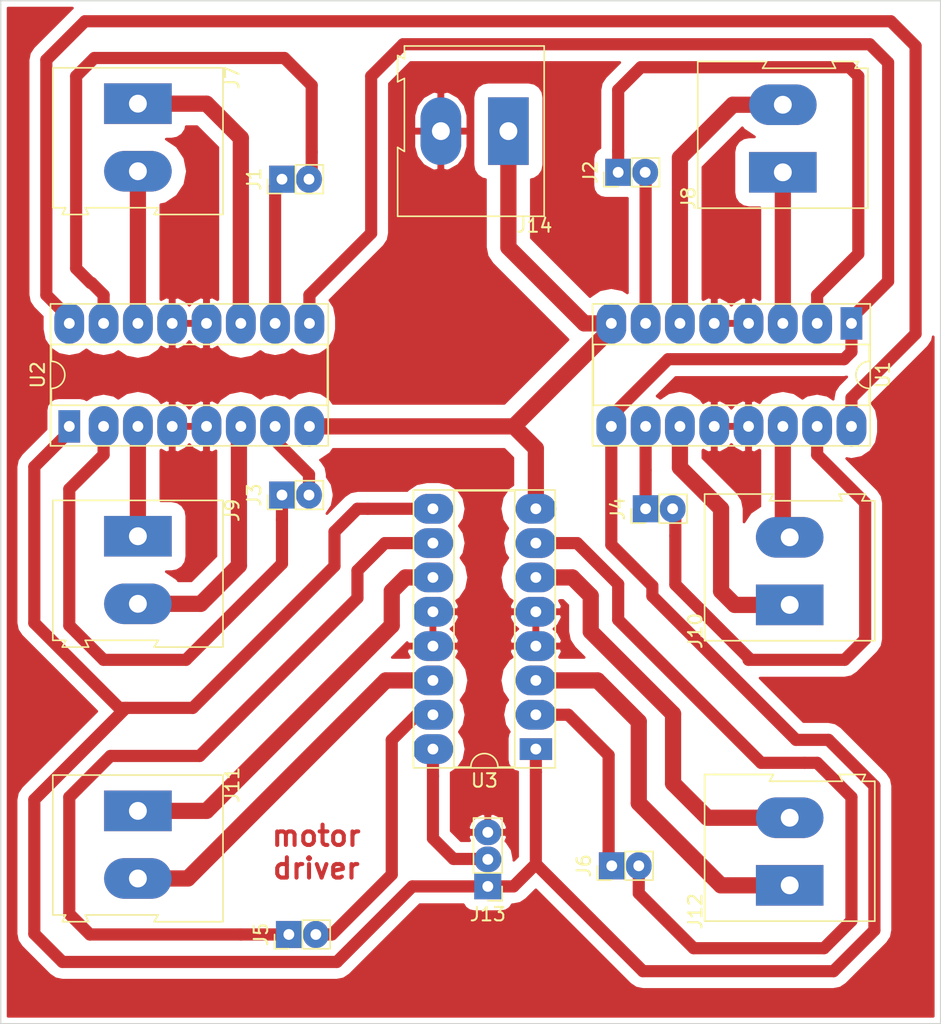
<source format=kicad_pcb>
(kicad_pcb (version 4) (host pcbnew 4.0.7-e2-6376~58~ubuntu16.04.1)

  (general
    (links 49)
    (no_connects 4)
    (area 53.289999 50.749999 122.986001 126.542001)
    (thickness 1.6)
    (drawings 5)
    (tracks 187)
    (zones 0)
    (modules 17)
    (nets 29)
  )

  (page A4)
  (layers
    (0 F.Cu signal)
    (31 B.Cu signal)
    (32 B.Adhes user)
    (33 F.Adhes user)
    (34 B.Paste user)
    (35 F.Paste user)
    (36 B.SilkS user)
    (37 F.SilkS user)
    (38 B.Mask user)
    (39 F.Mask user)
    (40 Dwgs.User user)
    (41 Cmts.User user)
    (42 Eco1.User user)
    (43 Eco2.User user)
    (44 Edge.Cuts user)
    (45 Margin user)
    (46 B.CrtYd user)
    (47 F.CrtYd user)
    (48 B.Fab user)
    (49 F.Fab user)
  )

  (setup
    (last_trace_width 0.25)
    (trace_clearance 0.2)
    (zone_clearance 0.508)
    (zone_45_only no)
    (trace_min 0.2)
    (segment_width 0.2)
    (edge_width 0.1)
    (via_size 0.6)
    (via_drill 0.4)
    (via_min_size 0.4)
    (via_min_drill 0.3)
    (uvia_size 0.3)
    (uvia_drill 0.1)
    (uvias_allowed no)
    (uvia_min_size 0.2)
    (uvia_min_drill 0.1)
    (pcb_text_width 0.3)
    (pcb_text_size 1.5 1.5)
    (mod_edge_width 0.15)
    (mod_text_size 1 1)
    (mod_text_width 0.15)
    (pad_size 2 1.9)
    (pad_drill 0.8)
    (pad_to_mask_clearance 0)
    (aux_axis_origin 0 0)
    (grid_origin 88.9 100.076)
    (visible_elements FFFFFF7F)
    (pcbplotparams
      (layerselection 0x00030_80000001)
      (usegerberextensions false)
      (excludeedgelayer true)
      (linewidth 0.100000)
      (plotframeref false)
      (viasonmask false)
      (mode 1)
      (useauxorigin false)
      (hpglpennumber 1)
      (hpglpenspeed 20)
      (hpglpendiameter 15)
      (hpglpenoverlay 2)
      (psnegative false)
      (psa4output false)
      (plotreference true)
      (plotvalue true)
      (plotinvisibletext false)
      (padsonsilk false)
      (subtractmaskfromsilk false)
      (outputformat 1)
      (mirror false)
      (drillshape 1)
      (scaleselection 1)
      (outputdirectory svg/))
  )

  (net 0 "")
  (net 1 pwm_m1)
  (net 2 dig_m1)
  (net 3 pwm_m2)
  (net 4 dig_m2)
  (net 5 pwm_m3)
  (net 6 dig_m3)
  (net 7 pwm_m4)
  (net 8 dig_m4)
  (net 9 pwm_m5)
  (net 10 dig_m5)
  (net 11 pwm_m6)
  (net 12 dig_m6)
  (net 13 m1+)
  (net 14 m1-)
  (net 15 m2+)
  (net 16 m2-)
  (net 17 m3+)
  (net 18 m3-)
  (net 19 m4+)
  (net 20 m4-)
  (net 21 m5+)
  (net 22 m5-)
  (net 23 m6+)
  (net 24 m6-)
  (net 25 en)
  (net 26 ardu5V)
  (net 27 GND)
  (net 28 supply12V)

  (net_class Default "This is the default net class."
    (clearance 0.2)
    (trace_width 0.25)
    (via_dia 0.6)
    (via_drill 0.4)
    (uvia_dia 0.3)
    (uvia_drill 0.1)
  )

  (net_class classic ""
    (clearance 0.8)
    (trace_width 0.9)
    (via_dia 1.2)
    (via_drill 1)
    (uvia_dia 0.3)
    (uvia_drill 0.1)
    (add_net ardu5V)
    (add_net dig_m1)
    (add_net dig_m2)
    (add_net dig_m3)
    (add_net dig_m4)
    (add_net dig_m5)
    (add_net dig_m6)
    (add_net en)
    (add_net pwm_m1)
    (add_net pwm_m2)
    (add_net pwm_m3)
    (add_net pwm_m4)
    (add_net pwm_m5)
    (add_net pwm_m6)
  )

  (net_class high_current ""
    (clearance 1)
    (trace_width 1.2)
    (via_dia 1.2)
    (via_drill 1)
    (uvia_dia 0.3)
    (uvia_drill 0.1)
    (add_net GND)
    (add_net m1+)
    (add_net m1-)
    (add_net m2+)
    (add_net m2-)
    (add_net m3+)
    (add_net m3-)
    (add_net m4+)
    (add_net m4-)
    (add_net m5+)
    (add_net m5-)
    (add_net m6+)
    (add_net m6-)
    (add_net supply12V)
  )

  (module Housings_DIP:DIP-16_W7.62mm_Socket_LongPads (layer F.Cu) (tedit 59C78D6B) (tstamp 5C73F4AA)
    (at 92.964 106.172 180)
    (descr "16-lead though-hole mounted DIP package, row spacing 7.62 mm (300 mils), Socket, LongPads")
    (tags "THT DIP DIL PDIP 2.54mm 7.62mm 300mil Socket LongPads")
    (path /5C73FA66)
    (fp_text reference U3 (at 3.81 -2.33 180) (layer F.SilkS)
      (effects (font (size 1 1) (thickness 0.15)))
    )
    (fp_text value L293D (at 3.81 20.11 180) (layer F.Fab)
      (effects (font (size 1 1) (thickness 0.15)))
    )
    (fp_arc (start 3.81 -1.33) (end 2.81 -1.33) (angle -180) (layer F.SilkS) (width 0.12))
    (fp_line (start 1.635 -1.27) (end 6.985 -1.27) (layer F.Fab) (width 0.1))
    (fp_line (start 6.985 -1.27) (end 6.985 19.05) (layer F.Fab) (width 0.1))
    (fp_line (start 6.985 19.05) (end 0.635 19.05) (layer F.Fab) (width 0.1))
    (fp_line (start 0.635 19.05) (end 0.635 -0.27) (layer F.Fab) (width 0.1))
    (fp_line (start 0.635 -0.27) (end 1.635 -1.27) (layer F.Fab) (width 0.1))
    (fp_line (start -1.27 -1.33) (end -1.27 19.11) (layer F.Fab) (width 0.1))
    (fp_line (start -1.27 19.11) (end 8.89 19.11) (layer F.Fab) (width 0.1))
    (fp_line (start 8.89 19.11) (end 8.89 -1.33) (layer F.Fab) (width 0.1))
    (fp_line (start 8.89 -1.33) (end -1.27 -1.33) (layer F.Fab) (width 0.1))
    (fp_line (start 2.81 -1.33) (end 1.56 -1.33) (layer F.SilkS) (width 0.12))
    (fp_line (start 1.56 -1.33) (end 1.56 19.11) (layer F.SilkS) (width 0.12))
    (fp_line (start 1.56 19.11) (end 6.06 19.11) (layer F.SilkS) (width 0.12))
    (fp_line (start 6.06 19.11) (end 6.06 -1.33) (layer F.SilkS) (width 0.12))
    (fp_line (start 6.06 -1.33) (end 4.81 -1.33) (layer F.SilkS) (width 0.12))
    (fp_line (start -1.44 -1.39) (end -1.44 19.17) (layer F.SilkS) (width 0.12))
    (fp_line (start -1.44 19.17) (end 9.06 19.17) (layer F.SilkS) (width 0.12))
    (fp_line (start 9.06 19.17) (end 9.06 -1.39) (layer F.SilkS) (width 0.12))
    (fp_line (start 9.06 -1.39) (end -1.44 -1.39) (layer F.SilkS) (width 0.12))
    (fp_line (start -1.55 -1.6) (end -1.55 19.4) (layer F.CrtYd) (width 0.05))
    (fp_line (start -1.55 19.4) (end 9.15 19.4) (layer F.CrtYd) (width 0.05))
    (fp_line (start 9.15 19.4) (end 9.15 -1.6) (layer F.CrtYd) (width 0.05))
    (fp_line (start 9.15 -1.6) (end -1.55 -1.6) (layer F.CrtYd) (width 0.05))
    (fp_text user %R (at 3.81 8.89 180) (layer F.Fab)
      (effects (font (size 1 1) (thickness 0.15)))
    )
    (pad 1 thru_hole rect (at 0 0 180) (size 2.4 1.6) (drill 0.8) (layers *.Cu *.Mask)
      (net 25 en))
    (pad 9 thru_hole oval (at 7.62 17.78 180) (size 3 2.2) (drill 0.8) (layers *.Cu *.Mask)
      (net 25 en))
    (pad 2 thru_hole oval (at 0 2.54 180) (size 3 2.2) (drill 0.8) (layers *.Cu *.Mask)
      (net 11 pwm_m6))
    (pad 10 thru_hole oval (at 7.62 15.24 180) (size 3 2.2) (drill 0.8) (layers *.Cu *.Mask)
      (net 9 pwm_m5))
    (pad 3 thru_hole oval (at 0 5.08 180) (size 3 2.2) (drill 0.8) (layers *.Cu *.Mask)
      (net 23 m6+))
    (pad 11 thru_hole oval (at 7.62 12.7 180) (size 3 2.2) (drill 0.8) (layers *.Cu *.Mask)
      (net 21 m5+))
    (pad 4 thru_hole oval (at 0 7.62 180) (size 3 2.2) (drill 0.8) (layers *.Cu *.Mask)
      (net 27 GND))
    (pad 12 thru_hole oval (at 7.62 10.16 180) (size 3 2.2) (drill 0.8) (layers *.Cu *.Mask)
      (net 27 GND))
    (pad 5 thru_hole oval (at 0 10.16 180) (size 3 2.2) (drill 0.8) (layers *.Cu *.Mask)
      (net 27 GND))
    (pad 13 thru_hole oval (at 7.62 7.62 180) (size 3 2.2) (drill 0.8) (layers *.Cu *.Mask)
      (net 27 GND))
    (pad 6 thru_hole oval (at 0 12.7 180) (size 3 2.2) (drill 0.8) (layers *.Cu *.Mask)
      (net 24 m6-))
    (pad 14 thru_hole oval (at 7.62 5.08 180) (size 3 2.2) (drill 0.8) (layers *.Cu *.Mask)
      (net 22 m5-))
    (pad 7 thru_hole oval (at 0 15.24 180) (size 3 2.2) (drill 0.8) (layers *.Cu *.Mask)
      (net 12 dig_m6))
    (pad 15 thru_hole oval (at 7.62 2.54 180) (size 3 2.2) (drill 0.8) (layers *.Cu *.Mask)
      (net 10 dig_m5))
    (pad 8 thru_hole oval (at 0 17.78 180) (size 3 2.2) (drill 0.8) (layers *.Cu *.Mask)
      (net 28 supply12V))
    (pad 16 thru_hole oval (at 7.62 0 180) (size 3 2.2) (drill 0.8) (layers *.Cu *.Mask)
      (net 26 ardu5V))
    (model ${KISYS3DMOD}/Housings_DIP.3dshapes/DIP-16_W7.62mm_Socket.wrl
      (at (xyz 0 0 0))
      (scale (xyz 1 1 1))
      (rotate (xyz 0 0 0))
    )
  )

  (module Pin_Headers:Pin_Header_Straight_1x03_Pitch2.00mm (layer F.Cu) (tedit 5C7958EA) (tstamp 5C7420FA)
    (at 89.408 116.332 180)
    (descr "Through hole straight pin header, 1x03, 2.00mm pitch, single row")
    (tags "Through hole pin header THT 1x03 2.00mm single row")
    (path /5C742ECF)
    (fp_text reference J13 (at 0 -2.06 180) (layer F.SilkS)
      (effects (font (size 1 1) (thickness 0.15)))
    )
    (fp_text value Conn_01x03 (at 0 6.06 180) (layer F.Fab)
      (effects (font (size 1 1) (thickness 0.15)))
    )
    (fp_line (start -0.5 -1) (end 1 -1) (layer F.Fab) (width 0.1))
    (fp_line (start 1 -1) (end 1 5) (layer F.Fab) (width 0.1))
    (fp_line (start 1 5) (end -1 5) (layer F.Fab) (width 0.1))
    (fp_line (start -1 5) (end -1 -0.5) (layer F.Fab) (width 0.1))
    (fp_line (start -1 -0.5) (end -0.5 -1) (layer F.Fab) (width 0.1))
    (fp_line (start -1.06 5.06) (end 1.06 5.06) (layer F.SilkS) (width 0.12))
    (fp_line (start -1.06 1) (end -1.06 5.06) (layer F.SilkS) (width 0.12))
    (fp_line (start 1.06 1) (end 1.06 5.06) (layer F.SilkS) (width 0.12))
    (fp_line (start -1.06 1) (end 1.06 1) (layer F.SilkS) (width 0.12))
    (fp_line (start -1.06 0) (end -1.06 -1.06) (layer F.SilkS) (width 0.12))
    (fp_line (start -1.06 -1.06) (end 0 -1.06) (layer F.SilkS) (width 0.12))
    (fp_line (start -1.5 -1.5) (end -1.5 5.5) (layer F.CrtYd) (width 0.05))
    (fp_line (start -1.5 5.5) (end 1.5 5.5) (layer F.CrtYd) (width 0.05))
    (fp_line (start 1.5 5.5) (end 1.5 -1.5) (layer F.CrtYd) (width 0.05))
    (fp_line (start 1.5 -1.5) (end -1.5 -1.5) (layer F.CrtYd) (width 0.05))
    (fp_text user %R (at 0 2 270) (layer F.Fab)
      (effects (font (size 1 1) (thickness 0.15)))
    )
    (pad 1 thru_hole rect (at 0 0 180) (size 2 1.9) (drill 0.8) (layers *.Cu *.Mask)
      (net 25 en))
    (pad 2 thru_hole oval (at 0 2 180) (size 2 1.9) (drill 0.8) (layers *.Cu *.Mask)
      (net 26 ardu5V))
    (pad 3 thru_hole oval (at 0 4 180) (size 2 1.9) (drill 0.8) (layers *.Cu *.Mask)
      (net 27 GND))
    (model ${KISYS3DMOD}/Pin_Headers.3dshapes/Pin_Header_Straight_1x03_Pitch2.00mm.wrl
      (at (xyz 0 0 0))
      (scale (xyz 1 1 1))
      (rotate (xyz 0 0 0))
    )
  )

  (module Connectors_Terminal_Blocks:TerminalBlock_Altech_AK300-2_P5.00mm locked (layer F.Cu) (tedit 5C794E28) (tstamp 5C73F443)
    (at 63.5 58.42 270)
    (descr "Altech AK300 terminal block, pitch 5.0mm, 45 degree angled, see http://www.mouser.com/ds/2/16/PCBMETRC-24178.pdf")
    (tags "Altech AK300 terminal block pitch 5.0mm")
    (path /5C733FF1)
    (fp_text reference J7 (at -1.92 -6.99 270) (layer F.SilkS)
      (effects (font (size 1 1) (thickness 0.15)))
    )
    (fp_text value m1 (at 2.78 7.75 270) (layer F.Fab)
      (effects (font (size 1 1) (thickness 0.15)))
    )
    (fp_text user %R (at 2.5 -2 270) (layer F.Fab)
      (effects (font (size 1 1) (thickness 0.15)))
    )
    (fp_line (start -2.65 -6.3) (end -2.65 6.3) (layer F.SilkS) (width 0.12))
    (fp_line (start -2.65 6.3) (end 7.7 6.3) (layer F.SilkS) (width 0.12))
    (fp_line (start 7.7 6.3) (end 7.7 5.35) (layer F.SilkS) (width 0.12))
    (fp_line (start 7.7 5.35) (end 8.2 5.6) (layer F.SilkS) (width 0.12))
    (fp_line (start 8.2 5.6) (end 8.2 3.7) (layer F.SilkS) (width 0.12))
    (fp_line (start 8.2 3.7) (end 8.2 3.65) (layer F.SilkS) (width 0.12))
    (fp_line (start 8.2 3.65) (end 7.7 3.9) (layer F.SilkS) (width 0.12))
    (fp_line (start 7.7 3.9) (end 7.7 -1.5) (layer F.SilkS) (width 0.12))
    (fp_line (start 7.7 -1.5) (end 8.2 -1.2) (layer F.SilkS) (width 0.12))
    (fp_line (start 8.2 -1.2) (end 8.2 -6.3) (layer F.SilkS) (width 0.12))
    (fp_line (start 8.2 -6.3) (end -2.65 -6.3) (layer F.SilkS) (width 0.12))
    (fp_line (start -1.26 2.54) (end 1.28 2.54) (layer F.Fab) (width 0.1))
    (fp_line (start 1.28 2.54) (end 1.28 -0.25) (layer F.Fab) (width 0.1))
    (fp_line (start -1.26 -0.25) (end 1.28 -0.25) (layer F.Fab) (width 0.1))
    (fp_line (start -1.26 2.54) (end -1.26 -0.25) (layer F.Fab) (width 0.1))
    (fp_line (start 3.74 2.54) (end 6.28 2.54) (layer F.Fab) (width 0.1))
    (fp_line (start 6.28 2.54) (end 6.28 -0.25) (layer F.Fab) (width 0.1))
    (fp_line (start 3.74 -0.25) (end 6.28 -0.25) (layer F.Fab) (width 0.1))
    (fp_line (start 3.74 2.54) (end 3.74 -0.25) (layer F.Fab) (width 0.1))
    (fp_line (start 7.61 -6.22) (end 7.61 -3.17) (layer F.Fab) (width 0.1))
    (fp_line (start 7.61 -6.22) (end -2.58 -6.22) (layer F.Fab) (width 0.1))
    (fp_line (start 7.61 -6.22) (end 8.11 -6.22) (layer F.Fab) (width 0.1))
    (fp_line (start 8.11 -6.22) (end 8.11 -1.4) (layer F.Fab) (width 0.1))
    (fp_line (start 8.11 -1.4) (end 7.61 -1.65) (layer F.Fab) (width 0.1))
    (fp_line (start 8.11 5.46) (end 7.61 5.21) (layer F.Fab) (width 0.1))
    (fp_line (start 7.61 5.21) (end 7.61 6.22) (layer F.Fab) (width 0.1))
    (fp_line (start 8.11 3.81) (end 7.61 4.06) (layer F.Fab) (width 0.1))
    (fp_line (start 7.61 4.06) (end 7.61 5.21) (layer F.Fab) (width 0.1))
    (fp_line (start 8.11 3.81) (end 8.11 5.46) (layer F.Fab) (width 0.1))
    (fp_line (start 2.98 6.22) (end 2.98 4.32) (layer F.Fab) (width 0.1))
    (fp_line (start 7.05 -0.25) (end 7.05 4.32) (layer F.Fab) (width 0.1))
    (fp_line (start 2.98 6.22) (end 7.05 6.22) (layer F.Fab) (width 0.1))
    (fp_line (start 7.05 6.22) (end 7.61 6.22) (layer F.Fab) (width 0.1))
    (fp_line (start 2.04 6.22) (end 2.04 4.32) (layer F.Fab) (width 0.1))
    (fp_line (start 2.04 6.22) (end 2.98 6.22) (layer F.Fab) (width 0.1))
    (fp_line (start -2.02 -0.25) (end -2.02 4.32) (layer F.Fab) (width 0.1))
    (fp_line (start -2.58 6.22) (end -2.02 6.22) (layer F.Fab) (width 0.1))
    (fp_line (start -2.02 6.22) (end 2.04 6.22) (layer F.Fab) (width 0.1))
    (fp_line (start 2.98 4.32) (end 7.05 4.32) (layer F.Fab) (width 0.1))
    (fp_line (start 2.98 4.32) (end 2.98 -0.25) (layer F.Fab) (width 0.1))
    (fp_line (start 7.05 4.32) (end 7.05 6.22) (layer F.Fab) (width 0.1))
    (fp_line (start 2.04 4.32) (end -2.02 4.32) (layer F.Fab) (width 0.1))
    (fp_line (start 2.04 4.32) (end 2.04 -0.25) (layer F.Fab) (width 0.1))
    (fp_line (start -2.02 4.32) (end -2.02 6.22) (layer F.Fab) (width 0.1))
    (fp_line (start 6.67 3.68) (end 6.67 0.51) (layer F.Fab) (width 0.1))
    (fp_line (start 6.67 3.68) (end 3.36 3.68) (layer F.Fab) (width 0.1))
    (fp_line (start 3.36 3.68) (end 3.36 0.51) (layer F.Fab) (width 0.1))
    (fp_line (start 1.66 3.68) (end 1.66 0.51) (layer F.Fab) (width 0.1))
    (fp_line (start 1.66 3.68) (end -1.64 3.68) (layer F.Fab) (width 0.1))
    (fp_line (start -1.64 3.68) (end -1.64 0.51) (layer F.Fab) (width 0.1))
    (fp_line (start -1.64 0.51) (end -1.26 0.51) (layer F.Fab) (width 0.1))
    (fp_line (start 1.66 0.51) (end 1.28 0.51) (layer F.Fab) (width 0.1))
    (fp_line (start 3.36 0.51) (end 3.74 0.51) (layer F.Fab) (width 0.1))
    (fp_line (start 6.67 0.51) (end 6.28 0.51) (layer F.Fab) (width 0.1))
    (fp_line (start -2.58 6.22) (end -2.58 -0.64) (layer F.Fab) (width 0.1))
    (fp_line (start -2.58 -0.64) (end -2.58 -3.17) (layer F.Fab) (width 0.1))
    (fp_line (start 7.61 -1.65) (end 7.61 -0.64) (layer F.Fab) (width 0.1))
    (fp_line (start 7.61 -0.64) (end 7.61 4.06) (layer F.Fab) (width 0.1))
    (fp_line (start -2.58 -3.17) (end 7.61 -3.17) (layer F.Fab) (width 0.1))
    (fp_line (start -2.58 -3.17) (end -2.58 -6.22) (layer F.Fab) (width 0.1))
    (fp_line (start 7.61 -3.17) (end 7.61 -1.65) (layer F.Fab) (width 0.1))
    (fp_line (start 2.98 -3.43) (end 2.98 -5.97) (layer F.Fab) (width 0.1))
    (fp_line (start 2.98 -5.97) (end 7.05 -5.97) (layer F.Fab) (width 0.1))
    (fp_line (start 7.05 -5.97) (end 7.05 -3.43) (layer F.Fab) (width 0.1))
    (fp_line (start 7.05 -3.43) (end 2.98 -3.43) (layer F.Fab) (width 0.1))
    (fp_line (start 2.04 -3.43) (end 2.04 -5.97) (layer F.Fab) (width 0.1))
    (fp_line (start 2.04 -3.43) (end -2.02 -3.43) (layer F.Fab) (width 0.1))
    (fp_line (start -2.02 -3.43) (end -2.02 -5.97) (layer F.Fab) (width 0.1))
    (fp_line (start 2.04 -5.97) (end -2.02 -5.97) (layer F.Fab) (width 0.1))
    (fp_line (start 3.39 -4.45) (end 6.44 -5.08) (layer F.Fab) (width 0.1))
    (fp_line (start 3.52 -4.32) (end 6.56 -4.95) (layer F.Fab) (width 0.1))
    (fp_line (start -1.62 -4.45) (end 1.44 -5.08) (layer F.Fab) (width 0.1))
    (fp_line (start -1.49 -4.32) (end 1.56 -4.95) (layer F.Fab) (width 0.1))
    (fp_line (start -2.02 -0.25) (end -1.64 -0.25) (layer F.Fab) (width 0.1))
    (fp_line (start 2.04 -0.25) (end 1.66 -0.25) (layer F.Fab) (width 0.1))
    (fp_line (start 1.66 -0.25) (end -1.64 -0.25) (layer F.Fab) (width 0.1))
    (fp_line (start -2.58 -0.64) (end -1.64 -0.64) (layer F.Fab) (width 0.1))
    (fp_line (start -1.64 -0.64) (end 1.66 -0.64) (layer F.Fab) (width 0.1))
    (fp_line (start 1.66 -0.64) (end 3.36 -0.64) (layer F.Fab) (width 0.1))
    (fp_line (start 7.61 -0.64) (end 6.67 -0.64) (layer F.Fab) (width 0.1))
    (fp_line (start 6.67 -0.64) (end 3.36 -0.64) (layer F.Fab) (width 0.1))
    (fp_line (start 7.05 -0.25) (end 6.67 -0.25) (layer F.Fab) (width 0.1))
    (fp_line (start 2.98 -0.25) (end 3.36 -0.25) (layer F.Fab) (width 0.1))
    (fp_line (start 3.36 -0.25) (end 6.67 -0.25) (layer F.Fab) (width 0.1))
    (fp_line (start -2.83 -6.47) (end 8.36 -6.47) (layer F.CrtYd) (width 0.05))
    (fp_line (start -2.83 -6.47) (end -2.83 6.47) (layer F.CrtYd) (width 0.05))
    (fp_line (start 8.36 6.47) (end 8.36 -6.47) (layer F.CrtYd) (width 0.05))
    (fp_line (start 8.36 6.47) (end -2.83 6.47) (layer F.CrtYd) (width 0.05))
    (fp_arc (start 6.03 -4.59) (end 6.54 -5.05) (angle 90.5) (layer F.Fab) (width 0.1))
    (fp_arc (start 5.07 -6.07) (end 6.53 -4.12) (angle 75.5) (layer F.Fab) (width 0.1))
    (fp_arc (start 4.99 -3.71) (end 3.39 -5) (angle 100) (layer F.Fab) (width 0.1))
    (fp_arc (start 3.87 -4.65) (end 3.58 -4.13) (angle 104.2) (layer F.Fab) (width 0.1))
    (fp_arc (start 1.03 -4.59) (end 1.53 -5.05) (angle 90.5) (layer F.Fab) (width 0.1))
    (fp_arc (start 0.06 -6.07) (end 1.53 -4.12) (angle 75.5) (layer F.Fab) (width 0.1))
    (fp_arc (start -0.01 -3.71) (end -1.62 -5) (angle 100) (layer F.Fab) (width 0.1))
    (fp_arc (start -1.13 -4.65) (end -1.42 -4.13) (angle 104.2) (layer F.Fab) (width 0.1))
    (pad 1 thru_hole rect (at 0 0 270) (size 3 5) (drill 1.32) (layers *.Cu *.Mask)
      (net 13 m1+))
    (pad 2 thru_hole oval (at 5 0 270) (size 3 5) (drill 1.32) (layers *.Cu *.Mask)
      (net 14 m1-))
    (model ${KISYS3DMOD}/Terminal_Blocks.3dshapes/TerminalBlock_Altech_AK300-2_P5.00mm.wrl
      (at (xyz 0 0 0))
      (scale (xyz 1 1 1))
      (rotate (xyz 0 0 0))
    )
  )

  (module Connectors_Terminal_Blocks:TerminalBlock_Altech_AK300-2_P5.00mm locked (layer F.Cu) (tedit 59FF0306) (tstamp 5C73F449)
    (at 111.252 63.5 90)
    (descr "Altech AK300 terminal block, pitch 5.0mm, 45 degree angled, see http://www.mouser.com/ds/2/16/PCBMETRC-24178.pdf")
    (tags "Altech AK300 terminal block pitch 5.0mm")
    (path /5C7344C5)
    (fp_text reference J8 (at -1.92 -6.99 90) (layer F.SilkS)
      (effects (font (size 1 1) (thickness 0.15)))
    )
    (fp_text value m2 (at 2.78 7.75 90) (layer F.Fab)
      (effects (font (size 1 1) (thickness 0.15)))
    )
    (fp_text user %R (at 2.5 -2 90) (layer F.Fab)
      (effects (font (size 1 1) (thickness 0.15)))
    )
    (fp_line (start -2.65 -6.3) (end -2.65 6.3) (layer F.SilkS) (width 0.12))
    (fp_line (start -2.65 6.3) (end 7.7 6.3) (layer F.SilkS) (width 0.12))
    (fp_line (start 7.7 6.3) (end 7.7 5.35) (layer F.SilkS) (width 0.12))
    (fp_line (start 7.7 5.35) (end 8.2 5.6) (layer F.SilkS) (width 0.12))
    (fp_line (start 8.2 5.6) (end 8.2 3.7) (layer F.SilkS) (width 0.12))
    (fp_line (start 8.2 3.7) (end 8.2 3.65) (layer F.SilkS) (width 0.12))
    (fp_line (start 8.2 3.65) (end 7.7 3.9) (layer F.SilkS) (width 0.12))
    (fp_line (start 7.7 3.9) (end 7.7 -1.5) (layer F.SilkS) (width 0.12))
    (fp_line (start 7.7 -1.5) (end 8.2 -1.2) (layer F.SilkS) (width 0.12))
    (fp_line (start 8.2 -1.2) (end 8.2 -6.3) (layer F.SilkS) (width 0.12))
    (fp_line (start 8.2 -6.3) (end -2.65 -6.3) (layer F.SilkS) (width 0.12))
    (fp_line (start -1.26 2.54) (end 1.28 2.54) (layer F.Fab) (width 0.1))
    (fp_line (start 1.28 2.54) (end 1.28 -0.25) (layer F.Fab) (width 0.1))
    (fp_line (start -1.26 -0.25) (end 1.28 -0.25) (layer F.Fab) (width 0.1))
    (fp_line (start -1.26 2.54) (end -1.26 -0.25) (layer F.Fab) (width 0.1))
    (fp_line (start 3.74 2.54) (end 6.28 2.54) (layer F.Fab) (width 0.1))
    (fp_line (start 6.28 2.54) (end 6.28 -0.25) (layer F.Fab) (width 0.1))
    (fp_line (start 3.74 -0.25) (end 6.28 -0.25) (layer F.Fab) (width 0.1))
    (fp_line (start 3.74 2.54) (end 3.74 -0.25) (layer F.Fab) (width 0.1))
    (fp_line (start 7.61 -6.22) (end 7.61 -3.17) (layer F.Fab) (width 0.1))
    (fp_line (start 7.61 -6.22) (end -2.58 -6.22) (layer F.Fab) (width 0.1))
    (fp_line (start 7.61 -6.22) (end 8.11 -6.22) (layer F.Fab) (width 0.1))
    (fp_line (start 8.11 -6.22) (end 8.11 -1.4) (layer F.Fab) (width 0.1))
    (fp_line (start 8.11 -1.4) (end 7.61 -1.65) (layer F.Fab) (width 0.1))
    (fp_line (start 8.11 5.46) (end 7.61 5.21) (layer F.Fab) (width 0.1))
    (fp_line (start 7.61 5.21) (end 7.61 6.22) (layer F.Fab) (width 0.1))
    (fp_line (start 8.11 3.81) (end 7.61 4.06) (layer F.Fab) (width 0.1))
    (fp_line (start 7.61 4.06) (end 7.61 5.21) (layer F.Fab) (width 0.1))
    (fp_line (start 8.11 3.81) (end 8.11 5.46) (layer F.Fab) (width 0.1))
    (fp_line (start 2.98 6.22) (end 2.98 4.32) (layer F.Fab) (width 0.1))
    (fp_line (start 7.05 -0.25) (end 7.05 4.32) (layer F.Fab) (width 0.1))
    (fp_line (start 2.98 6.22) (end 7.05 6.22) (layer F.Fab) (width 0.1))
    (fp_line (start 7.05 6.22) (end 7.61 6.22) (layer F.Fab) (width 0.1))
    (fp_line (start 2.04 6.22) (end 2.04 4.32) (layer F.Fab) (width 0.1))
    (fp_line (start 2.04 6.22) (end 2.98 6.22) (layer F.Fab) (width 0.1))
    (fp_line (start -2.02 -0.25) (end -2.02 4.32) (layer F.Fab) (width 0.1))
    (fp_line (start -2.58 6.22) (end -2.02 6.22) (layer F.Fab) (width 0.1))
    (fp_line (start -2.02 6.22) (end 2.04 6.22) (layer F.Fab) (width 0.1))
    (fp_line (start 2.98 4.32) (end 7.05 4.32) (layer F.Fab) (width 0.1))
    (fp_line (start 2.98 4.32) (end 2.98 -0.25) (layer F.Fab) (width 0.1))
    (fp_line (start 7.05 4.32) (end 7.05 6.22) (layer F.Fab) (width 0.1))
    (fp_line (start 2.04 4.32) (end -2.02 4.32) (layer F.Fab) (width 0.1))
    (fp_line (start 2.04 4.32) (end 2.04 -0.25) (layer F.Fab) (width 0.1))
    (fp_line (start -2.02 4.32) (end -2.02 6.22) (layer F.Fab) (width 0.1))
    (fp_line (start 6.67 3.68) (end 6.67 0.51) (layer F.Fab) (width 0.1))
    (fp_line (start 6.67 3.68) (end 3.36 3.68) (layer F.Fab) (width 0.1))
    (fp_line (start 3.36 3.68) (end 3.36 0.51) (layer F.Fab) (width 0.1))
    (fp_line (start 1.66 3.68) (end 1.66 0.51) (layer F.Fab) (width 0.1))
    (fp_line (start 1.66 3.68) (end -1.64 3.68) (layer F.Fab) (width 0.1))
    (fp_line (start -1.64 3.68) (end -1.64 0.51) (layer F.Fab) (width 0.1))
    (fp_line (start -1.64 0.51) (end -1.26 0.51) (layer F.Fab) (width 0.1))
    (fp_line (start 1.66 0.51) (end 1.28 0.51) (layer F.Fab) (width 0.1))
    (fp_line (start 3.36 0.51) (end 3.74 0.51) (layer F.Fab) (width 0.1))
    (fp_line (start 6.67 0.51) (end 6.28 0.51) (layer F.Fab) (width 0.1))
    (fp_line (start -2.58 6.22) (end -2.58 -0.64) (layer F.Fab) (width 0.1))
    (fp_line (start -2.58 -0.64) (end -2.58 -3.17) (layer F.Fab) (width 0.1))
    (fp_line (start 7.61 -1.65) (end 7.61 -0.64) (layer F.Fab) (width 0.1))
    (fp_line (start 7.61 -0.64) (end 7.61 4.06) (layer F.Fab) (width 0.1))
    (fp_line (start -2.58 -3.17) (end 7.61 -3.17) (layer F.Fab) (width 0.1))
    (fp_line (start -2.58 -3.17) (end -2.58 -6.22) (layer F.Fab) (width 0.1))
    (fp_line (start 7.61 -3.17) (end 7.61 -1.65) (layer F.Fab) (width 0.1))
    (fp_line (start 2.98 -3.43) (end 2.98 -5.97) (layer F.Fab) (width 0.1))
    (fp_line (start 2.98 -5.97) (end 7.05 -5.97) (layer F.Fab) (width 0.1))
    (fp_line (start 7.05 -5.97) (end 7.05 -3.43) (layer F.Fab) (width 0.1))
    (fp_line (start 7.05 -3.43) (end 2.98 -3.43) (layer F.Fab) (width 0.1))
    (fp_line (start 2.04 -3.43) (end 2.04 -5.97) (layer F.Fab) (width 0.1))
    (fp_line (start 2.04 -3.43) (end -2.02 -3.43) (layer F.Fab) (width 0.1))
    (fp_line (start -2.02 -3.43) (end -2.02 -5.97) (layer F.Fab) (width 0.1))
    (fp_line (start 2.04 -5.97) (end -2.02 -5.97) (layer F.Fab) (width 0.1))
    (fp_line (start 3.39 -4.45) (end 6.44 -5.08) (layer F.Fab) (width 0.1))
    (fp_line (start 3.52 -4.32) (end 6.56 -4.95) (layer F.Fab) (width 0.1))
    (fp_line (start -1.62 -4.45) (end 1.44 -5.08) (layer F.Fab) (width 0.1))
    (fp_line (start -1.49 -4.32) (end 1.56 -4.95) (layer F.Fab) (width 0.1))
    (fp_line (start -2.02 -0.25) (end -1.64 -0.25) (layer F.Fab) (width 0.1))
    (fp_line (start 2.04 -0.25) (end 1.66 -0.25) (layer F.Fab) (width 0.1))
    (fp_line (start 1.66 -0.25) (end -1.64 -0.25) (layer F.Fab) (width 0.1))
    (fp_line (start -2.58 -0.64) (end -1.64 -0.64) (layer F.Fab) (width 0.1))
    (fp_line (start -1.64 -0.64) (end 1.66 -0.64) (layer F.Fab) (width 0.1))
    (fp_line (start 1.66 -0.64) (end 3.36 -0.64) (layer F.Fab) (width 0.1))
    (fp_line (start 7.61 -0.64) (end 6.67 -0.64) (layer F.Fab) (width 0.1))
    (fp_line (start 6.67 -0.64) (end 3.36 -0.64) (layer F.Fab) (width 0.1))
    (fp_line (start 7.05 -0.25) (end 6.67 -0.25) (layer F.Fab) (width 0.1))
    (fp_line (start 2.98 -0.25) (end 3.36 -0.25) (layer F.Fab) (width 0.1))
    (fp_line (start 3.36 -0.25) (end 6.67 -0.25) (layer F.Fab) (width 0.1))
    (fp_line (start -2.83 -6.47) (end 8.36 -6.47) (layer F.CrtYd) (width 0.05))
    (fp_line (start -2.83 -6.47) (end -2.83 6.47) (layer F.CrtYd) (width 0.05))
    (fp_line (start 8.36 6.47) (end 8.36 -6.47) (layer F.CrtYd) (width 0.05))
    (fp_line (start 8.36 6.47) (end -2.83 6.47) (layer F.CrtYd) (width 0.05))
    (fp_arc (start 6.03 -4.59) (end 6.54 -5.05) (angle 90.5) (layer F.Fab) (width 0.1))
    (fp_arc (start 5.07 -6.07) (end 6.53 -4.12) (angle 75.5) (layer F.Fab) (width 0.1))
    (fp_arc (start 4.99 -3.71) (end 3.39 -5) (angle 100) (layer F.Fab) (width 0.1))
    (fp_arc (start 3.87 -4.65) (end 3.58 -4.13) (angle 104.2) (layer F.Fab) (width 0.1))
    (fp_arc (start 1.03 -4.59) (end 1.53 -5.05) (angle 90.5) (layer F.Fab) (width 0.1))
    (fp_arc (start 0.06 -6.07) (end 1.53 -4.12) (angle 75.5) (layer F.Fab) (width 0.1))
    (fp_arc (start -0.01 -3.71) (end -1.62 -5) (angle 100) (layer F.Fab) (width 0.1))
    (fp_arc (start -1.13 -4.65) (end -1.42 -4.13) (angle 104.2) (layer F.Fab) (width 0.1))
    (pad 1 thru_hole rect (at 0 0 90) (size 3 5) (drill 1.32) (layers *.Cu *.Mask)
      (net 15 m2+))
    (pad 2 thru_hole oval (at 5 0 90) (size 3 5) (drill 1.32) (layers *.Cu *.Mask)
      (net 16 m2-))
    (model ${KISYS3DMOD}/Terminal_Blocks.3dshapes/TerminalBlock_Altech_AK300-2_P5.00mm.wrl
      (at (xyz 0 0 0))
      (scale (xyz 1 1 1))
      (rotate (xyz 0 0 0))
    )
  )

  (module Connectors_Terminal_Blocks:TerminalBlock_Altech_AK300-2_P5.00mm locked (layer F.Cu) (tedit 59FF0306) (tstamp 5C73F44F)
    (at 63.5 90.424 270)
    (descr "Altech AK300 terminal block, pitch 5.0mm, 45 degree angled, see http://www.mouser.com/ds/2/16/PCBMETRC-24178.pdf")
    (tags "Altech AK300 terminal block pitch 5.0mm")
    (path /5C73460D)
    (fp_text reference J9 (at -1.92 -6.99 270) (layer F.SilkS)
      (effects (font (size 1 1) (thickness 0.15)))
    )
    (fp_text value m3 (at 2.78 7.75 270) (layer F.Fab)
      (effects (font (size 1 1) (thickness 0.15)))
    )
    (fp_text user %R (at 2.5 -2 270) (layer F.Fab)
      (effects (font (size 1 1) (thickness 0.15)))
    )
    (fp_line (start -2.65 -6.3) (end -2.65 6.3) (layer F.SilkS) (width 0.12))
    (fp_line (start -2.65 6.3) (end 7.7 6.3) (layer F.SilkS) (width 0.12))
    (fp_line (start 7.7 6.3) (end 7.7 5.35) (layer F.SilkS) (width 0.12))
    (fp_line (start 7.7 5.35) (end 8.2 5.6) (layer F.SilkS) (width 0.12))
    (fp_line (start 8.2 5.6) (end 8.2 3.7) (layer F.SilkS) (width 0.12))
    (fp_line (start 8.2 3.7) (end 8.2 3.65) (layer F.SilkS) (width 0.12))
    (fp_line (start 8.2 3.65) (end 7.7 3.9) (layer F.SilkS) (width 0.12))
    (fp_line (start 7.7 3.9) (end 7.7 -1.5) (layer F.SilkS) (width 0.12))
    (fp_line (start 7.7 -1.5) (end 8.2 -1.2) (layer F.SilkS) (width 0.12))
    (fp_line (start 8.2 -1.2) (end 8.2 -6.3) (layer F.SilkS) (width 0.12))
    (fp_line (start 8.2 -6.3) (end -2.65 -6.3) (layer F.SilkS) (width 0.12))
    (fp_line (start -1.26 2.54) (end 1.28 2.54) (layer F.Fab) (width 0.1))
    (fp_line (start 1.28 2.54) (end 1.28 -0.25) (layer F.Fab) (width 0.1))
    (fp_line (start -1.26 -0.25) (end 1.28 -0.25) (layer F.Fab) (width 0.1))
    (fp_line (start -1.26 2.54) (end -1.26 -0.25) (layer F.Fab) (width 0.1))
    (fp_line (start 3.74 2.54) (end 6.28 2.54) (layer F.Fab) (width 0.1))
    (fp_line (start 6.28 2.54) (end 6.28 -0.25) (layer F.Fab) (width 0.1))
    (fp_line (start 3.74 -0.25) (end 6.28 -0.25) (layer F.Fab) (width 0.1))
    (fp_line (start 3.74 2.54) (end 3.74 -0.25) (layer F.Fab) (width 0.1))
    (fp_line (start 7.61 -6.22) (end 7.61 -3.17) (layer F.Fab) (width 0.1))
    (fp_line (start 7.61 -6.22) (end -2.58 -6.22) (layer F.Fab) (width 0.1))
    (fp_line (start 7.61 -6.22) (end 8.11 -6.22) (layer F.Fab) (width 0.1))
    (fp_line (start 8.11 -6.22) (end 8.11 -1.4) (layer F.Fab) (width 0.1))
    (fp_line (start 8.11 -1.4) (end 7.61 -1.65) (layer F.Fab) (width 0.1))
    (fp_line (start 8.11 5.46) (end 7.61 5.21) (layer F.Fab) (width 0.1))
    (fp_line (start 7.61 5.21) (end 7.61 6.22) (layer F.Fab) (width 0.1))
    (fp_line (start 8.11 3.81) (end 7.61 4.06) (layer F.Fab) (width 0.1))
    (fp_line (start 7.61 4.06) (end 7.61 5.21) (layer F.Fab) (width 0.1))
    (fp_line (start 8.11 3.81) (end 8.11 5.46) (layer F.Fab) (width 0.1))
    (fp_line (start 2.98 6.22) (end 2.98 4.32) (layer F.Fab) (width 0.1))
    (fp_line (start 7.05 -0.25) (end 7.05 4.32) (layer F.Fab) (width 0.1))
    (fp_line (start 2.98 6.22) (end 7.05 6.22) (layer F.Fab) (width 0.1))
    (fp_line (start 7.05 6.22) (end 7.61 6.22) (layer F.Fab) (width 0.1))
    (fp_line (start 2.04 6.22) (end 2.04 4.32) (layer F.Fab) (width 0.1))
    (fp_line (start 2.04 6.22) (end 2.98 6.22) (layer F.Fab) (width 0.1))
    (fp_line (start -2.02 -0.25) (end -2.02 4.32) (layer F.Fab) (width 0.1))
    (fp_line (start -2.58 6.22) (end -2.02 6.22) (layer F.Fab) (width 0.1))
    (fp_line (start -2.02 6.22) (end 2.04 6.22) (layer F.Fab) (width 0.1))
    (fp_line (start 2.98 4.32) (end 7.05 4.32) (layer F.Fab) (width 0.1))
    (fp_line (start 2.98 4.32) (end 2.98 -0.25) (layer F.Fab) (width 0.1))
    (fp_line (start 7.05 4.32) (end 7.05 6.22) (layer F.Fab) (width 0.1))
    (fp_line (start 2.04 4.32) (end -2.02 4.32) (layer F.Fab) (width 0.1))
    (fp_line (start 2.04 4.32) (end 2.04 -0.25) (layer F.Fab) (width 0.1))
    (fp_line (start -2.02 4.32) (end -2.02 6.22) (layer F.Fab) (width 0.1))
    (fp_line (start 6.67 3.68) (end 6.67 0.51) (layer F.Fab) (width 0.1))
    (fp_line (start 6.67 3.68) (end 3.36 3.68) (layer F.Fab) (width 0.1))
    (fp_line (start 3.36 3.68) (end 3.36 0.51) (layer F.Fab) (width 0.1))
    (fp_line (start 1.66 3.68) (end 1.66 0.51) (layer F.Fab) (width 0.1))
    (fp_line (start 1.66 3.68) (end -1.64 3.68) (layer F.Fab) (width 0.1))
    (fp_line (start -1.64 3.68) (end -1.64 0.51) (layer F.Fab) (width 0.1))
    (fp_line (start -1.64 0.51) (end -1.26 0.51) (layer F.Fab) (width 0.1))
    (fp_line (start 1.66 0.51) (end 1.28 0.51) (layer F.Fab) (width 0.1))
    (fp_line (start 3.36 0.51) (end 3.74 0.51) (layer F.Fab) (width 0.1))
    (fp_line (start 6.67 0.51) (end 6.28 0.51) (layer F.Fab) (width 0.1))
    (fp_line (start -2.58 6.22) (end -2.58 -0.64) (layer F.Fab) (width 0.1))
    (fp_line (start -2.58 -0.64) (end -2.58 -3.17) (layer F.Fab) (width 0.1))
    (fp_line (start 7.61 -1.65) (end 7.61 -0.64) (layer F.Fab) (width 0.1))
    (fp_line (start 7.61 -0.64) (end 7.61 4.06) (layer F.Fab) (width 0.1))
    (fp_line (start -2.58 -3.17) (end 7.61 -3.17) (layer F.Fab) (width 0.1))
    (fp_line (start -2.58 -3.17) (end -2.58 -6.22) (layer F.Fab) (width 0.1))
    (fp_line (start 7.61 -3.17) (end 7.61 -1.65) (layer F.Fab) (width 0.1))
    (fp_line (start 2.98 -3.43) (end 2.98 -5.97) (layer F.Fab) (width 0.1))
    (fp_line (start 2.98 -5.97) (end 7.05 -5.97) (layer F.Fab) (width 0.1))
    (fp_line (start 7.05 -5.97) (end 7.05 -3.43) (layer F.Fab) (width 0.1))
    (fp_line (start 7.05 -3.43) (end 2.98 -3.43) (layer F.Fab) (width 0.1))
    (fp_line (start 2.04 -3.43) (end 2.04 -5.97) (layer F.Fab) (width 0.1))
    (fp_line (start 2.04 -3.43) (end -2.02 -3.43) (layer F.Fab) (width 0.1))
    (fp_line (start -2.02 -3.43) (end -2.02 -5.97) (layer F.Fab) (width 0.1))
    (fp_line (start 2.04 -5.97) (end -2.02 -5.97) (layer F.Fab) (width 0.1))
    (fp_line (start 3.39 -4.45) (end 6.44 -5.08) (layer F.Fab) (width 0.1))
    (fp_line (start 3.52 -4.32) (end 6.56 -4.95) (layer F.Fab) (width 0.1))
    (fp_line (start -1.62 -4.45) (end 1.44 -5.08) (layer F.Fab) (width 0.1))
    (fp_line (start -1.49 -4.32) (end 1.56 -4.95) (layer F.Fab) (width 0.1))
    (fp_line (start -2.02 -0.25) (end -1.64 -0.25) (layer F.Fab) (width 0.1))
    (fp_line (start 2.04 -0.25) (end 1.66 -0.25) (layer F.Fab) (width 0.1))
    (fp_line (start 1.66 -0.25) (end -1.64 -0.25) (layer F.Fab) (width 0.1))
    (fp_line (start -2.58 -0.64) (end -1.64 -0.64) (layer F.Fab) (width 0.1))
    (fp_line (start -1.64 -0.64) (end 1.66 -0.64) (layer F.Fab) (width 0.1))
    (fp_line (start 1.66 -0.64) (end 3.36 -0.64) (layer F.Fab) (width 0.1))
    (fp_line (start 7.61 -0.64) (end 6.67 -0.64) (layer F.Fab) (width 0.1))
    (fp_line (start 6.67 -0.64) (end 3.36 -0.64) (layer F.Fab) (width 0.1))
    (fp_line (start 7.05 -0.25) (end 6.67 -0.25) (layer F.Fab) (width 0.1))
    (fp_line (start 2.98 -0.25) (end 3.36 -0.25) (layer F.Fab) (width 0.1))
    (fp_line (start 3.36 -0.25) (end 6.67 -0.25) (layer F.Fab) (width 0.1))
    (fp_line (start -2.83 -6.47) (end 8.36 -6.47) (layer F.CrtYd) (width 0.05))
    (fp_line (start -2.83 -6.47) (end -2.83 6.47) (layer F.CrtYd) (width 0.05))
    (fp_line (start 8.36 6.47) (end 8.36 -6.47) (layer F.CrtYd) (width 0.05))
    (fp_line (start 8.36 6.47) (end -2.83 6.47) (layer F.CrtYd) (width 0.05))
    (fp_arc (start 6.03 -4.59) (end 6.54 -5.05) (angle 90.5) (layer F.Fab) (width 0.1))
    (fp_arc (start 5.07 -6.07) (end 6.53 -4.12) (angle 75.5) (layer F.Fab) (width 0.1))
    (fp_arc (start 4.99 -3.71) (end 3.39 -5) (angle 100) (layer F.Fab) (width 0.1))
    (fp_arc (start 3.87 -4.65) (end 3.58 -4.13) (angle 104.2) (layer F.Fab) (width 0.1))
    (fp_arc (start 1.03 -4.59) (end 1.53 -5.05) (angle 90.5) (layer F.Fab) (width 0.1))
    (fp_arc (start 0.06 -6.07) (end 1.53 -4.12) (angle 75.5) (layer F.Fab) (width 0.1))
    (fp_arc (start -0.01 -3.71) (end -1.62 -5) (angle 100) (layer F.Fab) (width 0.1))
    (fp_arc (start -1.13 -4.65) (end -1.42 -4.13) (angle 104.2) (layer F.Fab) (width 0.1))
    (pad 1 thru_hole rect (at 0 0 270) (size 3 5) (drill 1.32) (layers *.Cu *.Mask)
      (net 17 m3+))
    (pad 2 thru_hole oval (at 5 0 270) (size 3 5) (drill 1.32) (layers *.Cu *.Mask)
      (net 18 m3-))
    (model ${KISYS3DMOD}/Terminal_Blocks.3dshapes/TerminalBlock_Altech_AK300-2_P5.00mm.wrl
      (at (xyz 0 0 0))
      (scale (xyz 1 1 1))
      (rotate (xyz 0 0 0))
    )
  )

  (module Connectors_Terminal_Blocks:TerminalBlock_Altech_AK300-2_P5.00mm locked (layer F.Cu) (tedit 59FF0306) (tstamp 5C73F455)
    (at 111.76 95.504 90)
    (descr "Altech AK300 terminal block, pitch 5.0mm, 45 degree angled, see http://www.mouser.com/ds/2/16/PCBMETRC-24178.pdf")
    (tags "Altech AK300 terminal block pitch 5.0mm")
    (path /5C7346D5)
    (fp_text reference J10 (at -1.92 -6.99 90) (layer F.SilkS)
      (effects (font (size 1 1) (thickness 0.15)))
    )
    (fp_text value m4 (at 2.78 7.75 90) (layer F.Fab)
      (effects (font (size 1 1) (thickness 0.15)))
    )
    (fp_text user %R (at 2.5 -2 90) (layer F.Fab)
      (effects (font (size 1 1) (thickness 0.15)))
    )
    (fp_line (start -2.65 -6.3) (end -2.65 6.3) (layer F.SilkS) (width 0.12))
    (fp_line (start -2.65 6.3) (end 7.7 6.3) (layer F.SilkS) (width 0.12))
    (fp_line (start 7.7 6.3) (end 7.7 5.35) (layer F.SilkS) (width 0.12))
    (fp_line (start 7.7 5.35) (end 8.2 5.6) (layer F.SilkS) (width 0.12))
    (fp_line (start 8.2 5.6) (end 8.2 3.7) (layer F.SilkS) (width 0.12))
    (fp_line (start 8.2 3.7) (end 8.2 3.65) (layer F.SilkS) (width 0.12))
    (fp_line (start 8.2 3.65) (end 7.7 3.9) (layer F.SilkS) (width 0.12))
    (fp_line (start 7.7 3.9) (end 7.7 -1.5) (layer F.SilkS) (width 0.12))
    (fp_line (start 7.7 -1.5) (end 8.2 -1.2) (layer F.SilkS) (width 0.12))
    (fp_line (start 8.2 -1.2) (end 8.2 -6.3) (layer F.SilkS) (width 0.12))
    (fp_line (start 8.2 -6.3) (end -2.65 -6.3) (layer F.SilkS) (width 0.12))
    (fp_line (start -1.26 2.54) (end 1.28 2.54) (layer F.Fab) (width 0.1))
    (fp_line (start 1.28 2.54) (end 1.28 -0.25) (layer F.Fab) (width 0.1))
    (fp_line (start -1.26 -0.25) (end 1.28 -0.25) (layer F.Fab) (width 0.1))
    (fp_line (start -1.26 2.54) (end -1.26 -0.25) (layer F.Fab) (width 0.1))
    (fp_line (start 3.74 2.54) (end 6.28 2.54) (layer F.Fab) (width 0.1))
    (fp_line (start 6.28 2.54) (end 6.28 -0.25) (layer F.Fab) (width 0.1))
    (fp_line (start 3.74 -0.25) (end 6.28 -0.25) (layer F.Fab) (width 0.1))
    (fp_line (start 3.74 2.54) (end 3.74 -0.25) (layer F.Fab) (width 0.1))
    (fp_line (start 7.61 -6.22) (end 7.61 -3.17) (layer F.Fab) (width 0.1))
    (fp_line (start 7.61 -6.22) (end -2.58 -6.22) (layer F.Fab) (width 0.1))
    (fp_line (start 7.61 -6.22) (end 8.11 -6.22) (layer F.Fab) (width 0.1))
    (fp_line (start 8.11 -6.22) (end 8.11 -1.4) (layer F.Fab) (width 0.1))
    (fp_line (start 8.11 -1.4) (end 7.61 -1.65) (layer F.Fab) (width 0.1))
    (fp_line (start 8.11 5.46) (end 7.61 5.21) (layer F.Fab) (width 0.1))
    (fp_line (start 7.61 5.21) (end 7.61 6.22) (layer F.Fab) (width 0.1))
    (fp_line (start 8.11 3.81) (end 7.61 4.06) (layer F.Fab) (width 0.1))
    (fp_line (start 7.61 4.06) (end 7.61 5.21) (layer F.Fab) (width 0.1))
    (fp_line (start 8.11 3.81) (end 8.11 5.46) (layer F.Fab) (width 0.1))
    (fp_line (start 2.98 6.22) (end 2.98 4.32) (layer F.Fab) (width 0.1))
    (fp_line (start 7.05 -0.25) (end 7.05 4.32) (layer F.Fab) (width 0.1))
    (fp_line (start 2.98 6.22) (end 7.05 6.22) (layer F.Fab) (width 0.1))
    (fp_line (start 7.05 6.22) (end 7.61 6.22) (layer F.Fab) (width 0.1))
    (fp_line (start 2.04 6.22) (end 2.04 4.32) (layer F.Fab) (width 0.1))
    (fp_line (start 2.04 6.22) (end 2.98 6.22) (layer F.Fab) (width 0.1))
    (fp_line (start -2.02 -0.25) (end -2.02 4.32) (layer F.Fab) (width 0.1))
    (fp_line (start -2.58 6.22) (end -2.02 6.22) (layer F.Fab) (width 0.1))
    (fp_line (start -2.02 6.22) (end 2.04 6.22) (layer F.Fab) (width 0.1))
    (fp_line (start 2.98 4.32) (end 7.05 4.32) (layer F.Fab) (width 0.1))
    (fp_line (start 2.98 4.32) (end 2.98 -0.25) (layer F.Fab) (width 0.1))
    (fp_line (start 7.05 4.32) (end 7.05 6.22) (layer F.Fab) (width 0.1))
    (fp_line (start 2.04 4.32) (end -2.02 4.32) (layer F.Fab) (width 0.1))
    (fp_line (start 2.04 4.32) (end 2.04 -0.25) (layer F.Fab) (width 0.1))
    (fp_line (start -2.02 4.32) (end -2.02 6.22) (layer F.Fab) (width 0.1))
    (fp_line (start 6.67 3.68) (end 6.67 0.51) (layer F.Fab) (width 0.1))
    (fp_line (start 6.67 3.68) (end 3.36 3.68) (layer F.Fab) (width 0.1))
    (fp_line (start 3.36 3.68) (end 3.36 0.51) (layer F.Fab) (width 0.1))
    (fp_line (start 1.66 3.68) (end 1.66 0.51) (layer F.Fab) (width 0.1))
    (fp_line (start 1.66 3.68) (end -1.64 3.68) (layer F.Fab) (width 0.1))
    (fp_line (start -1.64 3.68) (end -1.64 0.51) (layer F.Fab) (width 0.1))
    (fp_line (start -1.64 0.51) (end -1.26 0.51) (layer F.Fab) (width 0.1))
    (fp_line (start 1.66 0.51) (end 1.28 0.51) (layer F.Fab) (width 0.1))
    (fp_line (start 3.36 0.51) (end 3.74 0.51) (layer F.Fab) (width 0.1))
    (fp_line (start 6.67 0.51) (end 6.28 0.51) (layer F.Fab) (width 0.1))
    (fp_line (start -2.58 6.22) (end -2.58 -0.64) (layer F.Fab) (width 0.1))
    (fp_line (start -2.58 -0.64) (end -2.58 -3.17) (layer F.Fab) (width 0.1))
    (fp_line (start 7.61 -1.65) (end 7.61 -0.64) (layer F.Fab) (width 0.1))
    (fp_line (start 7.61 -0.64) (end 7.61 4.06) (layer F.Fab) (width 0.1))
    (fp_line (start -2.58 -3.17) (end 7.61 -3.17) (layer F.Fab) (width 0.1))
    (fp_line (start -2.58 -3.17) (end -2.58 -6.22) (layer F.Fab) (width 0.1))
    (fp_line (start 7.61 -3.17) (end 7.61 -1.65) (layer F.Fab) (width 0.1))
    (fp_line (start 2.98 -3.43) (end 2.98 -5.97) (layer F.Fab) (width 0.1))
    (fp_line (start 2.98 -5.97) (end 7.05 -5.97) (layer F.Fab) (width 0.1))
    (fp_line (start 7.05 -5.97) (end 7.05 -3.43) (layer F.Fab) (width 0.1))
    (fp_line (start 7.05 -3.43) (end 2.98 -3.43) (layer F.Fab) (width 0.1))
    (fp_line (start 2.04 -3.43) (end 2.04 -5.97) (layer F.Fab) (width 0.1))
    (fp_line (start 2.04 -3.43) (end -2.02 -3.43) (layer F.Fab) (width 0.1))
    (fp_line (start -2.02 -3.43) (end -2.02 -5.97) (layer F.Fab) (width 0.1))
    (fp_line (start 2.04 -5.97) (end -2.02 -5.97) (layer F.Fab) (width 0.1))
    (fp_line (start 3.39 -4.45) (end 6.44 -5.08) (layer F.Fab) (width 0.1))
    (fp_line (start 3.52 -4.32) (end 6.56 -4.95) (layer F.Fab) (width 0.1))
    (fp_line (start -1.62 -4.45) (end 1.44 -5.08) (layer F.Fab) (width 0.1))
    (fp_line (start -1.49 -4.32) (end 1.56 -4.95) (layer F.Fab) (width 0.1))
    (fp_line (start -2.02 -0.25) (end -1.64 -0.25) (layer F.Fab) (width 0.1))
    (fp_line (start 2.04 -0.25) (end 1.66 -0.25) (layer F.Fab) (width 0.1))
    (fp_line (start 1.66 -0.25) (end -1.64 -0.25) (layer F.Fab) (width 0.1))
    (fp_line (start -2.58 -0.64) (end -1.64 -0.64) (layer F.Fab) (width 0.1))
    (fp_line (start -1.64 -0.64) (end 1.66 -0.64) (layer F.Fab) (width 0.1))
    (fp_line (start 1.66 -0.64) (end 3.36 -0.64) (layer F.Fab) (width 0.1))
    (fp_line (start 7.61 -0.64) (end 6.67 -0.64) (layer F.Fab) (width 0.1))
    (fp_line (start 6.67 -0.64) (end 3.36 -0.64) (layer F.Fab) (width 0.1))
    (fp_line (start 7.05 -0.25) (end 6.67 -0.25) (layer F.Fab) (width 0.1))
    (fp_line (start 2.98 -0.25) (end 3.36 -0.25) (layer F.Fab) (width 0.1))
    (fp_line (start 3.36 -0.25) (end 6.67 -0.25) (layer F.Fab) (width 0.1))
    (fp_line (start -2.83 -6.47) (end 8.36 -6.47) (layer F.CrtYd) (width 0.05))
    (fp_line (start -2.83 -6.47) (end -2.83 6.47) (layer F.CrtYd) (width 0.05))
    (fp_line (start 8.36 6.47) (end 8.36 -6.47) (layer F.CrtYd) (width 0.05))
    (fp_line (start 8.36 6.47) (end -2.83 6.47) (layer F.CrtYd) (width 0.05))
    (fp_arc (start 6.03 -4.59) (end 6.54 -5.05) (angle 90.5) (layer F.Fab) (width 0.1))
    (fp_arc (start 5.07 -6.07) (end 6.53 -4.12) (angle 75.5) (layer F.Fab) (width 0.1))
    (fp_arc (start 4.99 -3.71) (end 3.39 -5) (angle 100) (layer F.Fab) (width 0.1))
    (fp_arc (start 3.87 -4.65) (end 3.58 -4.13) (angle 104.2) (layer F.Fab) (width 0.1))
    (fp_arc (start 1.03 -4.59) (end 1.53 -5.05) (angle 90.5) (layer F.Fab) (width 0.1))
    (fp_arc (start 0.06 -6.07) (end 1.53 -4.12) (angle 75.5) (layer F.Fab) (width 0.1))
    (fp_arc (start -0.01 -3.71) (end -1.62 -5) (angle 100) (layer F.Fab) (width 0.1))
    (fp_arc (start -1.13 -4.65) (end -1.42 -4.13) (angle 104.2) (layer F.Fab) (width 0.1))
    (pad 1 thru_hole rect (at 0 0 90) (size 3 5) (drill 1.32) (layers *.Cu *.Mask)
      (net 19 m4+))
    (pad 2 thru_hole oval (at 5 0 90) (size 3 5) (drill 1.32) (layers *.Cu *.Mask)
      (net 20 m4-))
    (model ${KISYS3DMOD}/Terminal_Blocks.3dshapes/TerminalBlock_Altech_AK300-2_P5.00mm.wrl
      (at (xyz 0 0 0))
      (scale (xyz 1 1 1))
      (rotate (xyz 0 0 0))
    )
  )

  (module Connectors_Terminal_Blocks:TerminalBlock_Altech_AK300-2_P5.00mm locked (layer F.Cu) (tedit 59FF0306) (tstamp 5C73F45B)
    (at 63.5 110.744 270)
    (descr "Altech AK300 terminal block, pitch 5.0mm, 45 degree angled, see http://www.mouser.com/ds/2/16/PCBMETRC-24178.pdf")
    (tags "Altech AK300 terminal block pitch 5.0mm")
    (path /5C7347B5)
    (fp_text reference J11 (at -1.92 -6.99 270) (layer F.SilkS)
      (effects (font (size 1 1) (thickness 0.15)))
    )
    (fp_text value m5 (at 2.78 7.75 270) (layer F.Fab)
      (effects (font (size 1 1) (thickness 0.15)))
    )
    (fp_text user %R (at 2.5 -2 270) (layer F.Fab)
      (effects (font (size 1 1) (thickness 0.15)))
    )
    (fp_line (start -2.65 -6.3) (end -2.65 6.3) (layer F.SilkS) (width 0.12))
    (fp_line (start -2.65 6.3) (end 7.7 6.3) (layer F.SilkS) (width 0.12))
    (fp_line (start 7.7 6.3) (end 7.7 5.35) (layer F.SilkS) (width 0.12))
    (fp_line (start 7.7 5.35) (end 8.2 5.6) (layer F.SilkS) (width 0.12))
    (fp_line (start 8.2 5.6) (end 8.2 3.7) (layer F.SilkS) (width 0.12))
    (fp_line (start 8.2 3.7) (end 8.2 3.65) (layer F.SilkS) (width 0.12))
    (fp_line (start 8.2 3.65) (end 7.7 3.9) (layer F.SilkS) (width 0.12))
    (fp_line (start 7.7 3.9) (end 7.7 -1.5) (layer F.SilkS) (width 0.12))
    (fp_line (start 7.7 -1.5) (end 8.2 -1.2) (layer F.SilkS) (width 0.12))
    (fp_line (start 8.2 -1.2) (end 8.2 -6.3) (layer F.SilkS) (width 0.12))
    (fp_line (start 8.2 -6.3) (end -2.65 -6.3) (layer F.SilkS) (width 0.12))
    (fp_line (start -1.26 2.54) (end 1.28 2.54) (layer F.Fab) (width 0.1))
    (fp_line (start 1.28 2.54) (end 1.28 -0.25) (layer F.Fab) (width 0.1))
    (fp_line (start -1.26 -0.25) (end 1.28 -0.25) (layer F.Fab) (width 0.1))
    (fp_line (start -1.26 2.54) (end -1.26 -0.25) (layer F.Fab) (width 0.1))
    (fp_line (start 3.74 2.54) (end 6.28 2.54) (layer F.Fab) (width 0.1))
    (fp_line (start 6.28 2.54) (end 6.28 -0.25) (layer F.Fab) (width 0.1))
    (fp_line (start 3.74 -0.25) (end 6.28 -0.25) (layer F.Fab) (width 0.1))
    (fp_line (start 3.74 2.54) (end 3.74 -0.25) (layer F.Fab) (width 0.1))
    (fp_line (start 7.61 -6.22) (end 7.61 -3.17) (layer F.Fab) (width 0.1))
    (fp_line (start 7.61 -6.22) (end -2.58 -6.22) (layer F.Fab) (width 0.1))
    (fp_line (start 7.61 -6.22) (end 8.11 -6.22) (layer F.Fab) (width 0.1))
    (fp_line (start 8.11 -6.22) (end 8.11 -1.4) (layer F.Fab) (width 0.1))
    (fp_line (start 8.11 -1.4) (end 7.61 -1.65) (layer F.Fab) (width 0.1))
    (fp_line (start 8.11 5.46) (end 7.61 5.21) (layer F.Fab) (width 0.1))
    (fp_line (start 7.61 5.21) (end 7.61 6.22) (layer F.Fab) (width 0.1))
    (fp_line (start 8.11 3.81) (end 7.61 4.06) (layer F.Fab) (width 0.1))
    (fp_line (start 7.61 4.06) (end 7.61 5.21) (layer F.Fab) (width 0.1))
    (fp_line (start 8.11 3.81) (end 8.11 5.46) (layer F.Fab) (width 0.1))
    (fp_line (start 2.98 6.22) (end 2.98 4.32) (layer F.Fab) (width 0.1))
    (fp_line (start 7.05 -0.25) (end 7.05 4.32) (layer F.Fab) (width 0.1))
    (fp_line (start 2.98 6.22) (end 7.05 6.22) (layer F.Fab) (width 0.1))
    (fp_line (start 7.05 6.22) (end 7.61 6.22) (layer F.Fab) (width 0.1))
    (fp_line (start 2.04 6.22) (end 2.04 4.32) (layer F.Fab) (width 0.1))
    (fp_line (start 2.04 6.22) (end 2.98 6.22) (layer F.Fab) (width 0.1))
    (fp_line (start -2.02 -0.25) (end -2.02 4.32) (layer F.Fab) (width 0.1))
    (fp_line (start -2.58 6.22) (end -2.02 6.22) (layer F.Fab) (width 0.1))
    (fp_line (start -2.02 6.22) (end 2.04 6.22) (layer F.Fab) (width 0.1))
    (fp_line (start 2.98 4.32) (end 7.05 4.32) (layer F.Fab) (width 0.1))
    (fp_line (start 2.98 4.32) (end 2.98 -0.25) (layer F.Fab) (width 0.1))
    (fp_line (start 7.05 4.32) (end 7.05 6.22) (layer F.Fab) (width 0.1))
    (fp_line (start 2.04 4.32) (end -2.02 4.32) (layer F.Fab) (width 0.1))
    (fp_line (start 2.04 4.32) (end 2.04 -0.25) (layer F.Fab) (width 0.1))
    (fp_line (start -2.02 4.32) (end -2.02 6.22) (layer F.Fab) (width 0.1))
    (fp_line (start 6.67 3.68) (end 6.67 0.51) (layer F.Fab) (width 0.1))
    (fp_line (start 6.67 3.68) (end 3.36 3.68) (layer F.Fab) (width 0.1))
    (fp_line (start 3.36 3.68) (end 3.36 0.51) (layer F.Fab) (width 0.1))
    (fp_line (start 1.66 3.68) (end 1.66 0.51) (layer F.Fab) (width 0.1))
    (fp_line (start 1.66 3.68) (end -1.64 3.68) (layer F.Fab) (width 0.1))
    (fp_line (start -1.64 3.68) (end -1.64 0.51) (layer F.Fab) (width 0.1))
    (fp_line (start -1.64 0.51) (end -1.26 0.51) (layer F.Fab) (width 0.1))
    (fp_line (start 1.66 0.51) (end 1.28 0.51) (layer F.Fab) (width 0.1))
    (fp_line (start 3.36 0.51) (end 3.74 0.51) (layer F.Fab) (width 0.1))
    (fp_line (start 6.67 0.51) (end 6.28 0.51) (layer F.Fab) (width 0.1))
    (fp_line (start -2.58 6.22) (end -2.58 -0.64) (layer F.Fab) (width 0.1))
    (fp_line (start -2.58 -0.64) (end -2.58 -3.17) (layer F.Fab) (width 0.1))
    (fp_line (start 7.61 -1.65) (end 7.61 -0.64) (layer F.Fab) (width 0.1))
    (fp_line (start 7.61 -0.64) (end 7.61 4.06) (layer F.Fab) (width 0.1))
    (fp_line (start -2.58 -3.17) (end 7.61 -3.17) (layer F.Fab) (width 0.1))
    (fp_line (start -2.58 -3.17) (end -2.58 -6.22) (layer F.Fab) (width 0.1))
    (fp_line (start 7.61 -3.17) (end 7.61 -1.65) (layer F.Fab) (width 0.1))
    (fp_line (start 2.98 -3.43) (end 2.98 -5.97) (layer F.Fab) (width 0.1))
    (fp_line (start 2.98 -5.97) (end 7.05 -5.97) (layer F.Fab) (width 0.1))
    (fp_line (start 7.05 -5.97) (end 7.05 -3.43) (layer F.Fab) (width 0.1))
    (fp_line (start 7.05 -3.43) (end 2.98 -3.43) (layer F.Fab) (width 0.1))
    (fp_line (start 2.04 -3.43) (end 2.04 -5.97) (layer F.Fab) (width 0.1))
    (fp_line (start 2.04 -3.43) (end -2.02 -3.43) (layer F.Fab) (width 0.1))
    (fp_line (start -2.02 -3.43) (end -2.02 -5.97) (layer F.Fab) (width 0.1))
    (fp_line (start 2.04 -5.97) (end -2.02 -5.97) (layer F.Fab) (width 0.1))
    (fp_line (start 3.39 -4.45) (end 6.44 -5.08) (layer F.Fab) (width 0.1))
    (fp_line (start 3.52 -4.32) (end 6.56 -4.95) (layer F.Fab) (width 0.1))
    (fp_line (start -1.62 -4.45) (end 1.44 -5.08) (layer F.Fab) (width 0.1))
    (fp_line (start -1.49 -4.32) (end 1.56 -4.95) (layer F.Fab) (width 0.1))
    (fp_line (start -2.02 -0.25) (end -1.64 -0.25) (layer F.Fab) (width 0.1))
    (fp_line (start 2.04 -0.25) (end 1.66 -0.25) (layer F.Fab) (width 0.1))
    (fp_line (start 1.66 -0.25) (end -1.64 -0.25) (layer F.Fab) (width 0.1))
    (fp_line (start -2.58 -0.64) (end -1.64 -0.64) (layer F.Fab) (width 0.1))
    (fp_line (start -1.64 -0.64) (end 1.66 -0.64) (layer F.Fab) (width 0.1))
    (fp_line (start 1.66 -0.64) (end 3.36 -0.64) (layer F.Fab) (width 0.1))
    (fp_line (start 7.61 -0.64) (end 6.67 -0.64) (layer F.Fab) (width 0.1))
    (fp_line (start 6.67 -0.64) (end 3.36 -0.64) (layer F.Fab) (width 0.1))
    (fp_line (start 7.05 -0.25) (end 6.67 -0.25) (layer F.Fab) (width 0.1))
    (fp_line (start 2.98 -0.25) (end 3.36 -0.25) (layer F.Fab) (width 0.1))
    (fp_line (start 3.36 -0.25) (end 6.67 -0.25) (layer F.Fab) (width 0.1))
    (fp_line (start -2.83 -6.47) (end 8.36 -6.47) (layer F.CrtYd) (width 0.05))
    (fp_line (start -2.83 -6.47) (end -2.83 6.47) (layer F.CrtYd) (width 0.05))
    (fp_line (start 8.36 6.47) (end 8.36 -6.47) (layer F.CrtYd) (width 0.05))
    (fp_line (start 8.36 6.47) (end -2.83 6.47) (layer F.CrtYd) (width 0.05))
    (fp_arc (start 6.03 -4.59) (end 6.54 -5.05) (angle 90.5) (layer F.Fab) (width 0.1))
    (fp_arc (start 5.07 -6.07) (end 6.53 -4.12) (angle 75.5) (layer F.Fab) (width 0.1))
    (fp_arc (start 4.99 -3.71) (end 3.39 -5) (angle 100) (layer F.Fab) (width 0.1))
    (fp_arc (start 3.87 -4.65) (end 3.58 -4.13) (angle 104.2) (layer F.Fab) (width 0.1))
    (fp_arc (start 1.03 -4.59) (end 1.53 -5.05) (angle 90.5) (layer F.Fab) (width 0.1))
    (fp_arc (start 0.06 -6.07) (end 1.53 -4.12) (angle 75.5) (layer F.Fab) (width 0.1))
    (fp_arc (start -0.01 -3.71) (end -1.62 -5) (angle 100) (layer F.Fab) (width 0.1))
    (fp_arc (start -1.13 -4.65) (end -1.42 -4.13) (angle 104.2) (layer F.Fab) (width 0.1))
    (pad 1 thru_hole rect (at 0 0 270) (size 3 5) (drill 1.32) (layers *.Cu *.Mask)
      (net 21 m5+))
    (pad 2 thru_hole oval (at 5 0 270) (size 3 5) (drill 1.32) (layers *.Cu *.Mask)
      (net 22 m5-))
    (model ${KISYS3DMOD}/Terminal_Blocks.3dshapes/TerminalBlock_Altech_AK300-2_P5.00mm.wrl
      (at (xyz 0 0 0))
      (scale (xyz 1 1 1))
      (rotate (xyz 0 0 0))
    )
  )

  (module Connectors_Terminal_Blocks:TerminalBlock_Altech_AK300-2_P5.00mm locked (layer F.Cu) (tedit 59FF0306) (tstamp 5C73F461)
    (at 111.76 116.252 90)
    (descr "Altech AK300 terminal block, pitch 5.0mm, 45 degree angled, see http://www.mouser.com/ds/2/16/PCBMETRC-24178.pdf")
    (tags "Altech AK300 terminal block pitch 5.0mm")
    (path /5C7348D8)
    (fp_text reference J12 (at -1.92 -6.99 90) (layer F.SilkS)
      (effects (font (size 1 1) (thickness 0.15)))
    )
    (fp_text value m6 (at 2.78 7.75 90) (layer F.Fab)
      (effects (font (size 1 1) (thickness 0.15)))
    )
    (fp_text user %R (at 2.5 -2 90) (layer F.Fab)
      (effects (font (size 1 1) (thickness 0.15)))
    )
    (fp_line (start -2.65 -6.3) (end -2.65 6.3) (layer F.SilkS) (width 0.12))
    (fp_line (start -2.65 6.3) (end 7.7 6.3) (layer F.SilkS) (width 0.12))
    (fp_line (start 7.7 6.3) (end 7.7 5.35) (layer F.SilkS) (width 0.12))
    (fp_line (start 7.7 5.35) (end 8.2 5.6) (layer F.SilkS) (width 0.12))
    (fp_line (start 8.2 5.6) (end 8.2 3.7) (layer F.SilkS) (width 0.12))
    (fp_line (start 8.2 3.7) (end 8.2 3.65) (layer F.SilkS) (width 0.12))
    (fp_line (start 8.2 3.65) (end 7.7 3.9) (layer F.SilkS) (width 0.12))
    (fp_line (start 7.7 3.9) (end 7.7 -1.5) (layer F.SilkS) (width 0.12))
    (fp_line (start 7.7 -1.5) (end 8.2 -1.2) (layer F.SilkS) (width 0.12))
    (fp_line (start 8.2 -1.2) (end 8.2 -6.3) (layer F.SilkS) (width 0.12))
    (fp_line (start 8.2 -6.3) (end -2.65 -6.3) (layer F.SilkS) (width 0.12))
    (fp_line (start -1.26 2.54) (end 1.28 2.54) (layer F.Fab) (width 0.1))
    (fp_line (start 1.28 2.54) (end 1.28 -0.25) (layer F.Fab) (width 0.1))
    (fp_line (start -1.26 -0.25) (end 1.28 -0.25) (layer F.Fab) (width 0.1))
    (fp_line (start -1.26 2.54) (end -1.26 -0.25) (layer F.Fab) (width 0.1))
    (fp_line (start 3.74 2.54) (end 6.28 2.54) (layer F.Fab) (width 0.1))
    (fp_line (start 6.28 2.54) (end 6.28 -0.25) (layer F.Fab) (width 0.1))
    (fp_line (start 3.74 -0.25) (end 6.28 -0.25) (layer F.Fab) (width 0.1))
    (fp_line (start 3.74 2.54) (end 3.74 -0.25) (layer F.Fab) (width 0.1))
    (fp_line (start 7.61 -6.22) (end 7.61 -3.17) (layer F.Fab) (width 0.1))
    (fp_line (start 7.61 -6.22) (end -2.58 -6.22) (layer F.Fab) (width 0.1))
    (fp_line (start 7.61 -6.22) (end 8.11 -6.22) (layer F.Fab) (width 0.1))
    (fp_line (start 8.11 -6.22) (end 8.11 -1.4) (layer F.Fab) (width 0.1))
    (fp_line (start 8.11 -1.4) (end 7.61 -1.65) (layer F.Fab) (width 0.1))
    (fp_line (start 8.11 5.46) (end 7.61 5.21) (layer F.Fab) (width 0.1))
    (fp_line (start 7.61 5.21) (end 7.61 6.22) (layer F.Fab) (width 0.1))
    (fp_line (start 8.11 3.81) (end 7.61 4.06) (layer F.Fab) (width 0.1))
    (fp_line (start 7.61 4.06) (end 7.61 5.21) (layer F.Fab) (width 0.1))
    (fp_line (start 8.11 3.81) (end 8.11 5.46) (layer F.Fab) (width 0.1))
    (fp_line (start 2.98 6.22) (end 2.98 4.32) (layer F.Fab) (width 0.1))
    (fp_line (start 7.05 -0.25) (end 7.05 4.32) (layer F.Fab) (width 0.1))
    (fp_line (start 2.98 6.22) (end 7.05 6.22) (layer F.Fab) (width 0.1))
    (fp_line (start 7.05 6.22) (end 7.61 6.22) (layer F.Fab) (width 0.1))
    (fp_line (start 2.04 6.22) (end 2.04 4.32) (layer F.Fab) (width 0.1))
    (fp_line (start 2.04 6.22) (end 2.98 6.22) (layer F.Fab) (width 0.1))
    (fp_line (start -2.02 -0.25) (end -2.02 4.32) (layer F.Fab) (width 0.1))
    (fp_line (start -2.58 6.22) (end -2.02 6.22) (layer F.Fab) (width 0.1))
    (fp_line (start -2.02 6.22) (end 2.04 6.22) (layer F.Fab) (width 0.1))
    (fp_line (start 2.98 4.32) (end 7.05 4.32) (layer F.Fab) (width 0.1))
    (fp_line (start 2.98 4.32) (end 2.98 -0.25) (layer F.Fab) (width 0.1))
    (fp_line (start 7.05 4.32) (end 7.05 6.22) (layer F.Fab) (width 0.1))
    (fp_line (start 2.04 4.32) (end -2.02 4.32) (layer F.Fab) (width 0.1))
    (fp_line (start 2.04 4.32) (end 2.04 -0.25) (layer F.Fab) (width 0.1))
    (fp_line (start -2.02 4.32) (end -2.02 6.22) (layer F.Fab) (width 0.1))
    (fp_line (start 6.67 3.68) (end 6.67 0.51) (layer F.Fab) (width 0.1))
    (fp_line (start 6.67 3.68) (end 3.36 3.68) (layer F.Fab) (width 0.1))
    (fp_line (start 3.36 3.68) (end 3.36 0.51) (layer F.Fab) (width 0.1))
    (fp_line (start 1.66 3.68) (end 1.66 0.51) (layer F.Fab) (width 0.1))
    (fp_line (start 1.66 3.68) (end -1.64 3.68) (layer F.Fab) (width 0.1))
    (fp_line (start -1.64 3.68) (end -1.64 0.51) (layer F.Fab) (width 0.1))
    (fp_line (start -1.64 0.51) (end -1.26 0.51) (layer F.Fab) (width 0.1))
    (fp_line (start 1.66 0.51) (end 1.28 0.51) (layer F.Fab) (width 0.1))
    (fp_line (start 3.36 0.51) (end 3.74 0.51) (layer F.Fab) (width 0.1))
    (fp_line (start 6.67 0.51) (end 6.28 0.51) (layer F.Fab) (width 0.1))
    (fp_line (start -2.58 6.22) (end -2.58 -0.64) (layer F.Fab) (width 0.1))
    (fp_line (start -2.58 -0.64) (end -2.58 -3.17) (layer F.Fab) (width 0.1))
    (fp_line (start 7.61 -1.65) (end 7.61 -0.64) (layer F.Fab) (width 0.1))
    (fp_line (start 7.61 -0.64) (end 7.61 4.06) (layer F.Fab) (width 0.1))
    (fp_line (start -2.58 -3.17) (end 7.61 -3.17) (layer F.Fab) (width 0.1))
    (fp_line (start -2.58 -3.17) (end -2.58 -6.22) (layer F.Fab) (width 0.1))
    (fp_line (start 7.61 -3.17) (end 7.61 -1.65) (layer F.Fab) (width 0.1))
    (fp_line (start 2.98 -3.43) (end 2.98 -5.97) (layer F.Fab) (width 0.1))
    (fp_line (start 2.98 -5.97) (end 7.05 -5.97) (layer F.Fab) (width 0.1))
    (fp_line (start 7.05 -5.97) (end 7.05 -3.43) (layer F.Fab) (width 0.1))
    (fp_line (start 7.05 -3.43) (end 2.98 -3.43) (layer F.Fab) (width 0.1))
    (fp_line (start 2.04 -3.43) (end 2.04 -5.97) (layer F.Fab) (width 0.1))
    (fp_line (start 2.04 -3.43) (end -2.02 -3.43) (layer F.Fab) (width 0.1))
    (fp_line (start -2.02 -3.43) (end -2.02 -5.97) (layer F.Fab) (width 0.1))
    (fp_line (start 2.04 -5.97) (end -2.02 -5.97) (layer F.Fab) (width 0.1))
    (fp_line (start 3.39 -4.45) (end 6.44 -5.08) (layer F.Fab) (width 0.1))
    (fp_line (start 3.52 -4.32) (end 6.56 -4.95) (layer F.Fab) (width 0.1))
    (fp_line (start -1.62 -4.45) (end 1.44 -5.08) (layer F.Fab) (width 0.1))
    (fp_line (start -1.49 -4.32) (end 1.56 -4.95) (layer F.Fab) (width 0.1))
    (fp_line (start -2.02 -0.25) (end -1.64 -0.25) (layer F.Fab) (width 0.1))
    (fp_line (start 2.04 -0.25) (end 1.66 -0.25) (layer F.Fab) (width 0.1))
    (fp_line (start 1.66 -0.25) (end -1.64 -0.25) (layer F.Fab) (width 0.1))
    (fp_line (start -2.58 -0.64) (end -1.64 -0.64) (layer F.Fab) (width 0.1))
    (fp_line (start -1.64 -0.64) (end 1.66 -0.64) (layer F.Fab) (width 0.1))
    (fp_line (start 1.66 -0.64) (end 3.36 -0.64) (layer F.Fab) (width 0.1))
    (fp_line (start 7.61 -0.64) (end 6.67 -0.64) (layer F.Fab) (width 0.1))
    (fp_line (start 6.67 -0.64) (end 3.36 -0.64) (layer F.Fab) (width 0.1))
    (fp_line (start 7.05 -0.25) (end 6.67 -0.25) (layer F.Fab) (width 0.1))
    (fp_line (start 2.98 -0.25) (end 3.36 -0.25) (layer F.Fab) (width 0.1))
    (fp_line (start 3.36 -0.25) (end 6.67 -0.25) (layer F.Fab) (width 0.1))
    (fp_line (start -2.83 -6.47) (end 8.36 -6.47) (layer F.CrtYd) (width 0.05))
    (fp_line (start -2.83 -6.47) (end -2.83 6.47) (layer F.CrtYd) (width 0.05))
    (fp_line (start 8.36 6.47) (end 8.36 -6.47) (layer F.CrtYd) (width 0.05))
    (fp_line (start 8.36 6.47) (end -2.83 6.47) (layer F.CrtYd) (width 0.05))
    (fp_arc (start 6.03 -4.59) (end 6.54 -5.05) (angle 90.5) (layer F.Fab) (width 0.1))
    (fp_arc (start 5.07 -6.07) (end 6.53 -4.12) (angle 75.5) (layer F.Fab) (width 0.1))
    (fp_arc (start 4.99 -3.71) (end 3.39 -5) (angle 100) (layer F.Fab) (width 0.1))
    (fp_arc (start 3.87 -4.65) (end 3.58 -4.13) (angle 104.2) (layer F.Fab) (width 0.1))
    (fp_arc (start 1.03 -4.59) (end 1.53 -5.05) (angle 90.5) (layer F.Fab) (width 0.1))
    (fp_arc (start 0.06 -6.07) (end 1.53 -4.12) (angle 75.5) (layer F.Fab) (width 0.1))
    (fp_arc (start -0.01 -3.71) (end -1.62 -5) (angle 100) (layer F.Fab) (width 0.1))
    (fp_arc (start -1.13 -4.65) (end -1.42 -4.13) (angle 104.2) (layer F.Fab) (width 0.1))
    (pad 1 thru_hole rect (at 0 0 90) (size 3 5) (drill 1.32) (layers *.Cu *.Mask)
      (net 23 m6+))
    (pad 2 thru_hole oval (at 5 0 90) (size 3 5) (drill 1.32) (layers *.Cu *.Mask)
      (net 24 m6-))
    (model ${KISYS3DMOD}/Terminal_Blocks.3dshapes/TerminalBlock_Altech_AK300-2_P5.00mm.wrl
      (at (xyz 0 0 0))
      (scale (xyz 1 1 1))
      (rotate (xyz 0 0 0))
    )
  )

  (module Connectors_Terminal_Blocks:TerminalBlock_Altech_AK300-2_P5.00mm locked (layer F.Cu) (tedit 59FF0306) (tstamp 5C73F46E)
    (at 90.932 60.452 180)
    (descr "Altech AK300 terminal block, pitch 5.0mm, 45 degree angled, see http://www.mouser.com/ds/2/16/PCBMETRC-24178.pdf")
    (tags "Altech AK300 terminal block pitch 5.0mm")
    (path /5C7349E2)
    (fp_text reference J14 (at -1.92 -6.99 180) (layer F.SilkS)
      (effects (font (size 1 1) (thickness 0.15)))
    )
    (fp_text value power12v (at 2.78 7.75 180) (layer F.Fab)
      (effects (font (size 1 1) (thickness 0.15)))
    )
    (fp_text user %R (at 2.5 -2 180) (layer F.Fab)
      (effects (font (size 1 1) (thickness 0.15)))
    )
    (fp_line (start -2.65 -6.3) (end -2.65 6.3) (layer F.SilkS) (width 0.12))
    (fp_line (start -2.65 6.3) (end 7.7 6.3) (layer F.SilkS) (width 0.12))
    (fp_line (start 7.7 6.3) (end 7.7 5.35) (layer F.SilkS) (width 0.12))
    (fp_line (start 7.7 5.35) (end 8.2 5.6) (layer F.SilkS) (width 0.12))
    (fp_line (start 8.2 5.6) (end 8.2 3.7) (layer F.SilkS) (width 0.12))
    (fp_line (start 8.2 3.7) (end 8.2 3.65) (layer F.SilkS) (width 0.12))
    (fp_line (start 8.2 3.65) (end 7.7 3.9) (layer F.SilkS) (width 0.12))
    (fp_line (start 7.7 3.9) (end 7.7 -1.5) (layer F.SilkS) (width 0.12))
    (fp_line (start 7.7 -1.5) (end 8.2 -1.2) (layer F.SilkS) (width 0.12))
    (fp_line (start 8.2 -1.2) (end 8.2 -6.3) (layer F.SilkS) (width 0.12))
    (fp_line (start 8.2 -6.3) (end -2.65 -6.3) (layer F.SilkS) (width 0.12))
    (fp_line (start -1.26 2.54) (end 1.28 2.54) (layer F.Fab) (width 0.1))
    (fp_line (start 1.28 2.54) (end 1.28 -0.25) (layer F.Fab) (width 0.1))
    (fp_line (start -1.26 -0.25) (end 1.28 -0.25) (layer F.Fab) (width 0.1))
    (fp_line (start -1.26 2.54) (end -1.26 -0.25) (layer F.Fab) (width 0.1))
    (fp_line (start 3.74 2.54) (end 6.28 2.54) (layer F.Fab) (width 0.1))
    (fp_line (start 6.28 2.54) (end 6.28 -0.25) (layer F.Fab) (width 0.1))
    (fp_line (start 3.74 -0.25) (end 6.28 -0.25) (layer F.Fab) (width 0.1))
    (fp_line (start 3.74 2.54) (end 3.74 -0.25) (layer F.Fab) (width 0.1))
    (fp_line (start 7.61 -6.22) (end 7.61 -3.17) (layer F.Fab) (width 0.1))
    (fp_line (start 7.61 -6.22) (end -2.58 -6.22) (layer F.Fab) (width 0.1))
    (fp_line (start 7.61 -6.22) (end 8.11 -6.22) (layer F.Fab) (width 0.1))
    (fp_line (start 8.11 -6.22) (end 8.11 -1.4) (layer F.Fab) (width 0.1))
    (fp_line (start 8.11 -1.4) (end 7.61 -1.65) (layer F.Fab) (width 0.1))
    (fp_line (start 8.11 5.46) (end 7.61 5.21) (layer F.Fab) (width 0.1))
    (fp_line (start 7.61 5.21) (end 7.61 6.22) (layer F.Fab) (width 0.1))
    (fp_line (start 8.11 3.81) (end 7.61 4.06) (layer F.Fab) (width 0.1))
    (fp_line (start 7.61 4.06) (end 7.61 5.21) (layer F.Fab) (width 0.1))
    (fp_line (start 8.11 3.81) (end 8.11 5.46) (layer F.Fab) (width 0.1))
    (fp_line (start 2.98 6.22) (end 2.98 4.32) (layer F.Fab) (width 0.1))
    (fp_line (start 7.05 -0.25) (end 7.05 4.32) (layer F.Fab) (width 0.1))
    (fp_line (start 2.98 6.22) (end 7.05 6.22) (layer F.Fab) (width 0.1))
    (fp_line (start 7.05 6.22) (end 7.61 6.22) (layer F.Fab) (width 0.1))
    (fp_line (start 2.04 6.22) (end 2.04 4.32) (layer F.Fab) (width 0.1))
    (fp_line (start 2.04 6.22) (end 2.98 6.22) (layer F.Fab) (width 0.1))
    (fp_line (start -2.02 -0.25) (end -2.02 4.32) (layer F.Fab) (width 0.1))
    (fp_line (start -2.58 6.22) (end -2.02 6.22) (layer F.Fab) (width 0.1))
    (fp_line (start -2.02 6.22) (end 2.04 6.22) (layer F.Fab) (width 0.1))
    (fp_line (start 2.98 4.32) (end 7.05 4.32) (layer F.Fab) (width 0.1))
    (fp_line (start 2.98 4.32) (end 2.98 -0.25) (layer F.Fab) (width 0.1))
    (fp_line (start 7.05 4.32) (end 7.05 6.22) (layer F.Fab) (width 0.1))
    (fp_line (start 2.04 4.32) (end -2.02 4.32) (layer F.Fab) (width 0.1))
    (fp_line (start 2.04 4.32) (end 2.04 -0.25) (layer F.Fab) (width 0.1))
    (fp_line (start -2.02 4.32) (end -2.02 6.22) (layer F.Fab) (width 0.1))
    (fp_line (start 6.67 3.68) (end 6.67 0.51) (layer F.Fab) (width 0.1))
    (fp_line (start 6.67 3.68) (end 3.36 3.68) (layer F.Fab) (width 0.1))
    (fp_line (start 3.36 3.68) (end 3.36 0.51) (layer F.Fab) (width 0.1))
    (fp_line (start 1.66 3.68) (end 1.66 0.51) (layer F.Fab) (width 0.1))
    (fp_line (start 1.66 3.68) (end -1.64 3.68) (layer F.Fab) (width 0.1))
    (fp_line (start -1.64 3.68) (end -1.64 0.51) (layer F.Fab) (width 0.1))
    (fp_line (start -1.64 0.51) (end -1.26 0.51) (layer F.Fab) (width 0.1))
    (fp_line (start 1.66 0.51) (end 1.28 0.51) (layer F.Fab) (width 0.1))
    (fp_line (start 3.36 0.51) (end 3.74 0.51) (layer F.Fab) (width 0.1))
    (fp_line (start 6.67 0.51) (end 6.28 0.51) (layer F.Fab) (width 0.1))
    (fp_line (start -2.58 6.22) (end -2.58 -0.64) (layer F.Fab) (width 0.1))
    (fp_line (start -2.58 -0.64) (end -2.58 -3.17) (layer F.Fab) (width 0.1))
    (fp_line (start 7.61 -1.65) (end 7.61 -0.64) (layer F.Fab) (width 0.1))
    (fp_line (start 7.61 -0.64) (end 7.61 4.06) (layer F.Fab) (width 0.1))
    (fp_line (start -2.58 -3.17) (end 7.61 -3.17) (layer F.Fab) (width 0.1))
    (fp_line (start -2.58 -3.17) (end -2.58 -6.22) (layer F.Fab) (width 0.1))
    (fp_line (start 7.61 -3.17) (end 7.61 -1.65) (layer F.Fab) (width 0.1))
    (fp_line (start 2.98 -3.43) (end 2.98 -5.97) (layer F.Fab) (width 0.1))
    (fp_line (start 2.98 -5.97) (end 7.05 -5.97) (layer F.Fab) (width 0.1))
    (fp_line (start 7.05 -5.97) (end 7.05 -3.43) (layer F.Fab) (width 0.1))
    (fp_line (start 7.05 -3.43) (end 2.98 -3.43) (layer F.Fab) (width 0.1))
    (fp_line (start 2.04 -3.43) (end 2.04 -5.97) (layer F.Fab) (width 0.1))
    (fp_line (start 2.04 -3.43) (end -2.02 -3.43) (layer F.Fab) (width 0.1))
    (fp_line (start -2.02 -3.43) (end -2.02 -5.97) (layer F.Fab) (width 0.1))
    (fp_line (start 2.04 -5.97) (end -2.02 -5.97) (layer F.Fab) (width 0.1))
    (fp_line (start 3.39 -4.45) (end 6.44 -5.08) (layer F.Fab) (width 0.1))
    (fp_line (start 3.52 -4.32) (end 6.56 -4.95) (layer F.Fab) (width 0.1))
    (fp_line (start -1.62 -4.45) (end 1.44 -5.08) (layer F.Fab) (width 0.1))
    (fp_line (start -1.49 -4.32) (end 1.56 -4.95) (layer F.Fab) (width 0.1))
    (fp_line (start -2.02 -0.25) (end -1.64 -0.25) (layer F.Fab) (width 0.1))
    (fp_line (start 2.04 -0.25) (end 1.66 -0.25) (layer F.Fab) (width 0.1))
    (fp_line (start 1.66 -0.25) (end -1.64 -0.25) (layer F.Fab) (width 0.1))
    (fp_line (start -2.58 -0.64) (end -1.64 -0.64) (layer F.Fab) (width 0.1))
    (fp_line (start -1.64 -0.64) (end 1.66 -0.64) (layer F.Fab) (width 0.1))
    (fp_line (start 1.66 -0.64) (end 3.36 -0.64) (layer F.Fab) (width 0.1))
    (fp_line (start 7.61 -0.64) (end 6.67 -0.64) (layer F.Fab) (width 0.1))
    (fp_line (start 6.67 -0.64) (end 3.36 -0.64) (layer F.Fab) (width 0.1))
    (fp_line (start 7.05 -0.25) (end 6.67 -0.25) (layer F.Fab) (width 0.1))
    (fp_line (start 2.98 -0.25) (end 3.36 -0.25) (layer F.Fab) (width 0.1))
    (fp_line (start 3.36 -0.25) (end 6.67 -0.25) (layer F.Fab) (width 0.1))
    (fp_line (start -2.83 -6.47) (end 8.36 -6.47) (layer F.CrtYd) (width 0.05))
    (fp_line (start -2.83 -6.47) (end -2.83 6.47) (layer F.CrtYd) (width 0.05))
    (fp_line (start 8.36 6.47) (end 8.36 -6.47) (layer F.CrtYd) (width 0.05))
    (fp_line (start 8.36 6.47) (end -2.83 6.47) (layer F.CrtYd) (width 0.05))
    (fp_arc (start 6.03 -4.59) (end 6.54 -5.05) (angle 90.5) (layer F.Fab) (width 0.1))
    (fp_arc (start 5.07 -6.07) (end 6.53 -4.12) (angle 75.5) (layer F.Fab) (width 0.1))
    (fp_arc (start 4.99 -3.71) (end 3.39 -5) (angle 100) (layer F.Fab) (width 0.1))
    (fp_arc (start 3.87 -4.65) (end 3.58 -4.13) (angle 104.2) (layer F.Fab) (width 0.1))
    (fp_arc (start 1.03 -4.59) (end 1.53 -5.05) (angle 90.5) (layer F.Fab) (width 0.1))
    (fp_arc (start 0.06 -6.07) (end 1.53 -4.12) (angle 75.5) (layer F.Fab) (width 0.1))
    (fp_arc (start -0.01 -3.71) (end -1.62 -5) (angle 100) (layer F.Fab) (width 0.1))
    (fp_arc (start -1.13 -4.65) (end -1.42 -4.13) (angle 104.2) (layer F.Fab) (width 0.1))
    (pad 1 thru_hole rect (at 0 0 180) (size 3 5) (drill 1.32) (layers *.Cu *.Mask)
      (net 28 supply12V))
    (pad 2 thru_hole oval (at 5 0 180) (size 3 5) (drill 1.32) (layers *.Cu *.Mask)
      (net 27 GND))
    (model ${KISYS3DMOD}/Terminal_Blocks.3dshapes/TerminalBlock_Altech_AK300-2_P5.00mm.wrl
      (at (xyz 0 0 0))
      (scale (xyz 1 1 1))
      (rotate (xyz 0 0 0))
    )
  )

  (module Housings_DIP:DIP-16_W7.62mm_Socket_LongPads locked (layer F.Cu) (tedit 59C78D6B) (tstamp 5C73F482)
    (at 116.332 74.676 270)
    (descr "16-lead though-hole mounted DIP package, row spacing 7.62 mm (300 mils), Socket, LongPads")
    (tags "THT DIP DIL PDIP 2.54mm 7.62mm 300mil Socket LongPads")
    (path /5C73F435)
    (fp_text reference U1 (at 3.81 -2.33 270) (layer F.SilkS)
      (effects (font (size 1 1) (thickness 0.15)))
    )
    (fp_text value L293D (at 3.81 20.11 270) (layer F.Fab)
      (effects (font (size 1 1) (thickness 0.15)))
    )
    (fp_arc (start 3.81 -1.33) (end 2.81 -1.33) (angle -180) (layer F.SilkS) (width 0.12))
    (fp_line (start 1.635 -1.27) (end 6.985 -1.27) (layer F.Fab) (width 0.1))
    (fp_line (start 6.985 -1.27) (end 6.985 19.05) (layer F.Fab) (width 0.1))
    (fp_line (start 6.985 19.05) (end 0.635 19.05) (layer F.Fab) (width 0.1))
    (fp_line (start 0.635 19.05) (end 0.635 -0.27) (layer F.Fab) (width 0.1))
    (fp_line (start 0.635 -0.27) (end 1.635 -1.27) (layer F.Fab) (width 0.1))
    (fp_line (start -1.27 -1.33) (end -1.27 19.11) (layer F.Fab) (width 0.1))
    (fp_line (start -1.27 19.11) (end 8.89 19.11) (layer F.Fab) (width 0.1))
    (fp_line (start 8.89 19.11) (end 8.89 -1.33) (layer F.Fab) (width 0.1))
    (fp_line (start 8.89 -1.33) (end -1.27 -1.33) (layer F.Fab) (width 0.1))
    (fp_line (start 2.81 -1.33) (end 1.56 -1.33) (layer F.SilkS) (width 0.12))
    (fp_line (start 1.56 -1.33) (end 1.56 19.11) (layer F.SilkS) (width 0.12))
    (fp_line (start 1.56 19.11) (end 6.06 19.11) (layer F.SilkS) (width 0.12))
    (fp_line (start 6.06 19.11) (end 6.06 -1.33) (layer F.SilkS) (width 0.12))
    (fp_line (start 6.06 -1.33) (end 4.81 -1.33) (layer F.SilkS) (width 0.12))
    (fp_line (start -1.44 -1.39) (end -1.44 19.17) (layer F.SilkS) (width 0.12))
    (fp_line (start -1.44 19.17) (end 9.06 19.17) (layer F.SilkS) (width 0.12))
    (fp_line (start 9.06 19.17) (end 9.06 -1.39) (layer F.SilkS) (width 0.12))
    (fp_line (start 9.06 -1.39) (end -1.44 -1.39) (layer F.SilkS) (width 0.12))
    (fp_line (start -1.55 -1.6) (end -1.55 19.4) (layer F.CrtYd) (width 0.05))
    (fp_line (start -1.55 19.4) (end 9.15 19.4) (layer F.CrtYd) (width 0.05))
    (fp_line (start 9.15 19.4) (end 9.15 -1.6) (layer F.CrtYd) (width 0.05))
    (fp_line (start 9.15 -1.6) (end -1.55 -1.6) (layer F.CrtYd) (width 0.05))
    (fp_text user %R (at 3.556 9.144 270) (layer F.Fab)
      (effects (font (size 1 1) (thickness 0.15)))
    )
    (pad 1 thru_hole rect (at 0 0 270) (size 2.4 1.6) (drill 0.8) (layers *.Cu *.Mask)
      (net 25 en))
    (pad 9 thru_hole oval (at 7.62 17.78 270) (size 3 2.2) (drill 0.8) (layers *.Cu *.Mask)
      (net 25 en))
    (pad 2 thru_hole oval (at 0 2.54 270) (size 3 2.2) (drill 0.8) (layers *.Cu *.Mask)
      (net 3 pwm_m2))
    (pad 10 thru_hole oval (at 7.62 15.24 270) (size 3 2.2) (drill 0.8) (layers *.Cu *.Mask)
      (net 7 pwm_m4))
    (pad 3 thru_hole oval (at 0 5.08 270) (size 3 2.2) (drill 0.8) (layers *.Cu *.Mask)
      (net 15 m2+))
    (pad 11 thru_hole oval (at 7.62 12.7 270) (size 3 2.2) (drill 0.8) (layers *.Cu *.Mask)
      (net 19 m4+))
    (pad 4 thru_hole oval (at 0 7.62 270) (size 3 2.2) (drill 0.8) (layers *.Cu *.Mask)
      (net 27 GND))
    (pad 12 thru_hole oval (at 7.62 10.16 270) (size 3 2.2) (drill 0.8) (layers *.Cu *.Mask)
      (net 27 GND))
    (pad 5 thru_hole oval (at 0 10.16 270) (size 3 2.2) (drill 0.8) (layers *.Cu *.Mask)
      (net 27 GND))
    (pad 13 thru_hole oval (at 7.62 7.62 270) (size 3 2.2) (drill 0.8) (layers *.Cu *.Mask)
      (net 27 GND))
    (pad 6 thru_hole oval (at 0 12.7 270) (size 3 2.2) (drill 0.8) (layers *.Cu *.Mask)
      (net 16 m2-))
    (pad 14 thru_hole oval (at 7.62 5.08 270) (size 3 2.2) (drill 0.8) (layers *.Cu *.Mask)
      (net 20 m4-))
    (pad 7 thru_hole oval (at 0 15.24 270) (size 3 2.2) (drill 0.8) (layers *.Cu *.Mask)
      (net 4 dig_m2))
    (pad 15 thru_hole oval (at 7.62 2.54 270) (size 3 2.2) (drill 0.8) (layers *.Cu *.Mask)
      (net 8 dig_m4))
    (pad 8 thru_hole oval (at 0 17.78 270) (size 3 2.2) (drill 0.8) (layers *.Cu *.Mask)
      (net 28 supply12V))
    (pad 16 thru_hole oval (at 7.62 0 270) (size 3 2.2) (drill 0.8) (layers *.Cu *.Mask)
      (net 26 ardu5V))
    (model ${KISYS3DMOD}/Housings_DIP.3dshapes/DIP-16_W7.62mm_Socket.wrl
      (at (xyz 0 0 0))
      (scale (xyz 1 1 1))
      (rotate (xyz 0 0 0))
    )
  )

  (module Housings_DIP:DIP-16_W7.62mm_Socket_LongPads locked (layer F.Cu) (tedit 5C794E5B) (tstamp 5C73F496)
    (at 58.42 82.296 90)
    (descr "16-lead though-hole mounted DIP package, row spacing 7.62 mm (300 mils), Socket, LongPads")
    (tags "THT DIP DIL PDIP 2.54mm 7.62mm 300mil Socket LongPads")
    (path /5C73F9A1)
    (fp_text reference U2 (at 3.81 -2.33 90) (layer F.SilkS)
      (effects (font (size 1 1) (thickness 0.15)))
    )
    (fp_text value L293D (at 3.81 20.11 90) (layer F.Fab)
      (effects (font (size 1 1) (thickness 0.15)))
    )
    (fp_arc (start 3.81 -1.33) (end 2.81 -1.33) (angle -180) (layer F.SilkS) (width 0.12))
    (fp_line (start 1.635 -1.27) (end 6.985 -1.27) (layer F.Fab) (width 0.1))
    (fp_line (start 6.985 -1.27) (end 6.985 19.05) (layer F.Fab) (width 0.1))
    (fp_line (start 6.985 19.05) (end 0.635 19.05) (layer F.Fab) (width 0.1))
    (fp_line (start 0.635 19.05) (end 0.635 -0.27) (layer F.Fab) (width 0.1))
    (fp_line (start 0.635 -0.27) (end 1.635 -1.27) (layer F.Fab) (width 0.1))
    (fp_line (start -1.27 -1.33) (end -1.27 19.11) (layer F.Fab) (width 0.1))
    (fp_line (start -1.27 19.11) (end 8.89 19.11) (layer F.Fab) (width 0.1))
    (fp_line (start 8.89 19.11) (end 8.89 -1.33) (layer F.Fab) (width 0.1))
    (fp_line (start 8.89 -1.33) (end -1.27 -1.33) (layer F.Fab) (width 0.1))
    (fp_line (start 2.81 -1.33) (end 1.56 -1.33) (layer F.SilkS) (width 0.12))
    (fp_line (start 1.56 -1.33) (end 1.56 19.11) (layer F.SilkS) (width 0.12))
    (fp_line (start 1.56 19.11) (end 6.06 19.11) (layer F.SilkS) (width 0.12))
    (fp_line (start 6.06 19.11) (end 6.06 -1.33) (layer F.SilkS) (width 0.12))
    (fp_line (start 6.06 -1.33) (end 4.81 -1.33) (layer F.SilkS) (width 0.12))
    (fp_line (start -1.44 -1.39) (end -1.44 19.17) (layer F.SilkS) (width 0.12))
    (fp_line (start -1.44 19.17) (end 9.06 19.17) (layer F.SilkS) (width 0.12))
    (fp_line (start 9.06 19.17) (end 9.06 -1.39) (layer F.SilkS) (width 0.12))
    (fp_line (start 9.06 -1.39) (end -1.44 -1.39) (layer F.SilkS) (width 0.12))
    (fp_line (start -1.55 -1.6) (end -1.55 19.4) (layer F.CrtYd) (width 0.05))
    (fp_line (start -1.55 19.4) (end 9.15 19.4) (layer F.CrtYd) (width 0.05))
    (fp_line (start 9.15 19.4) (end 9.15 -1.6) (layer F.CrtYd) (width 0.05))
    (fp_line (start 9.15 -1.6) (end -1.55 -1.6) (layer F.CrtYd) (width 0.05))
    (fp_text user %R (at 3.81 8.89 90) (layer F.Fab)
      (effects (font (size 1 1) (thickness 0.15)))
    )
    (pad 1 thru_hole rect (at 0 0 90) (size 2.4 1.6) (drill 0.8) (layers *.Cu *.Mask)
      (net 25 en))
    (pad 9 thru_hole oval (at 7.62 17.78 90) (size 3 2.2) (drill 0.8) (layers *.Cu *.Mask)
      (net 25 en))
    (pad 2 thru_hole oval (at 0 2.54 90) (size 3 2.2) (drill 0.8) (layers *.Cu *.Mask)
      (net 5 pwm_m3))
    (pad 10 thru_hole oval (at 7.62 15.24 90) (size 3 2.2) (drill 0.8) (layers *.Cu *.Mask)
      (net 1 pwm_m1))
    (pad 3 thru_hole oval (at 0 5.08 90) (size 3 2.2) (drill 0.8) (layers *.Cu *.Mask)
      (net 17 m3+))
    (pad 11 thru_hole oval (at 7.62 12.7 90) (size 3 2.2) (drill 0.8) (layers *.Cu *.Mask)
      (net 13 m1+))
    (pad 4 thru_hole oval (at 0 7.62 90) (size 3 2.2) (drill 0.8) (layers *.Cu *.Mask)
      (net 27 GND))
    (pad 12 thru_hole oval (at 7.62 10.16 90) (size 3 2.2) (drill 0.8) (layers *.Cu *.Mask)
      (net 27 GND))
    (pad 5 thru_hole oval (at 0 10.16 90) (size 3 2.2) (drill 0.8) (layers *.Cu *.Mask)
      (net 27 GND))
    (pad 13 thru_hole oval (at 7.62 7.62 90) (size 3 2.2) (drill 0.8) (layers *.Cu *.Mask)
      (net 27 GND))
    (pad 6 thru_hole oval (at 0 12.7 90) (size 3 2.2) (drill 0.8) (layers *.Cu *.Mask)
      (net 18 m3-))
    (pad 14 thru_hole oval (at 7.62 5.08 90) (size 3 2.2) (drill 0.8) (layers *.Cu *.Mask)
      (net 14 m1-))
    (pad 7 thru_hole oval (at 0 15.24 90) (size 3 2.2) (drill 0.8) (layers *.Cu *.Mask)
      (net 6 dig_m3))
    (pad 15 thru_hole oval (at 7.62 2.54 90) (size 3 2.2) (drill 0.8) (layers *.Cu *.Mask)
      (net 2 dig_m1))
    (pad 8 thru_hole oval (at 0 17.78 90) (size 3 2.2) (drill 0.8) (layers *.Cu *.Mask)
      (net 28 supply12V))
    (pad 16 thru_hole oval (at 7.62 0 90) (size 3 2.2) (drill 0.8) (layers *.Cu *.Mask)
      (net 26 ardu5V))
    (model ${KISYS3DMOD}/Housings_DIP.3dshapes/DIP-16_W7.62mm_Socket.wrl
      (at (xyz 0 0 0))
      (scale (xyz 1 1 1))
      (rotate (xyz 0 0 0))
    )
  )

  (module Pin_Headers:Pin_Header_Straight_1x02_Pitch2.00mm placed (layer F.Cu) (tedit 5C794F67) (tstamp 5C741C07)
    (at 74.168 64.008 90)
    (descr "Through hole straight pin header, 1x02, 2.00mm pitch, single row")
    (tags "Through hole pin header THT 1x02 2.00mm single row")
    (path /5C742255)
    (fp_text reference J1 (at 0 -2.06 90) (layer F.SilkS)
      (effects (font (size 1 1) (thickness 0.15)))
    )
    (fp_text value Conn_01x02 (at 0 4.06 90) (layer F.Fab)
      (effects (font (size 1 1) (thickness 0.15)))
    )
    (fp_line (start -0.5 -1) (end 1 -1) (layer F.Fab) (width 0.1))
    (fp_line (start 1 -1) (end 1 3) (layer F.Fab) (width 0.1))
    (fp_line (start 1 3) (end -1 3) (layer F.Fab) (width 0.1))
    (fp_line (start -1 3) (end -1 -0.5) (layer F.Fab) (width 0.1))
    (fp_line (start -1 -0.5) (end -0.5 -1) (layer F.Fab) (width 0.1))
    (fp_line (start -1.06 3.06) (end 1.06 3.06) (layer F.SilkS) (width 0.12))
    (fp_line (start -1.06 1) (end -1.06 3.06) (layer F.SilkS) (width 0.12))
    (fp_line (start 1.06 1) (end 1.06 3.06) (layer F.SilkS) (width 0.12))
    (fp_line (start -1.06 1) (end 1.06 1) (layer F.SilkS) (width 0.12))
    (fp_line (start -1.06 0) (end -1.06 -1.06) (layer F.SilkS) (width 0.12))
    (fp_line (start -1.06 -1.06) (end 0 -1.06) (layer F.SilkS) (width 0.12))
    (fp_line (start -1.5 -1.5) (end -1.5 3.5) (layer F.CrtYd) (width 0.05))
    (fp_line (start -1.5 3.5) (end 1.5 3.5) (layer F.CrtYd) (width 0.05))
    (fp_line (start 1.5 3.5) (end 1.5 -1.5) (layer F.CrtYd) (width 0.05))
    (fp_line (start 1.5 -1.5) (end -1.5 -1.5) (layer F.CrtYd) (width 0.05))
    (fp_text user %R (at 0 1 180) (layer F.Fab)
      (effects (font (size 1 1) (thickness 0.15)))
    )
    (pad 1 thru_hole rect (at 0 0 90) (size 2 1.9) (drill 0.8) (layers *.Cu *.Mask)
      (net 1 pwm_m1))
    (pad 2 thru_hole oval (at 0 2 90) (size 2 1.9) (drill 0.8) (layers *.Cu *.Mask)
      (net 2 dig_m1))
    (model ${KISYS3DMOD}/Pin_Headers.3dshapes/Pin_Header_Straight_1x02_Pitch2.00mm.wrl
      (at (xyz 0 0 0))
      (scale (xyz 1 1 1))
      (rotate (xyz 0 0 0))
    )
  )

  (module Pin_Headers:Pin_Header_Straight_1x02_Pitch2.00mm placed (layer F.Cu) (tedit 59650533) (tstamp 5C741C0D)
    (at 99.06 63.5 90)
    (descr "Through hole straight pin header, 1x02, 2.00mm pitch, single row")
    (tags "Through hole pin header THT 1x02 2.00mm single row")
    (path /5C742362)
    (fp_text reference J2 (at 0 -2.06 90) (layer F.SilkS)
      (effects (font (size 1 1) (thickness 0.15)))
    )
    (fp_text value Conn_01x02 (at 0 4.06 90) (layer F.Fab)
      (effects (font (size 1 1) (thickness 0.15)))
    )
    (fp_line (start -0.5 -1) (end 1 -1) (layer F.Fab) (width 0.1))
    (fp_line (start 1 -1) (end 1 3) (layer F.Fab) (width 0.1))
    (fp_line (start 1 3) (end -1 3) (layer F.Fab) (width 0.1))
    (fp_line (start -1 3) (end -1 -0.5) (layer F.Fab) (width 0.1))
    (fp_line (start -1 -0.5) (end -0.5 -1) (layer F.Fab) (width 0.1))
    (fp_line (start -1.06 3.06) (end 1.06 3.06) (layer F.SilkS) (width 0.12))
    (fp_line (start -1.06 1) (end -1.06 3.06) (layer F.SilkS) (width 0.12))
    (fp_line (start 1.06 1) (end 1.06 3.06) (layer F.SilkS) (width 0.12))
    (fp_line (start -1.06 1) (end 1.06 1) (layer F.SilkS) (width 0.12))
    (fp_line (start -1.06 0) (end -1.06 -1.06) (layer F.SilkS) (width 0.12))
    (fp_line (start -1.06 -1.06) (end 0 -1.06) (layer F.SilkS) (width 0.12))
    (fp_line (start -1.5 -1.5) (end -1.5 3.5) (layer F.CrtYd) (width 0.05))
    (fp_line (start -1.5 3.5) (end 1.5 3.5) (layer F.CrtYd) (width 0.05))
    (fp_line (start 1.5 3.5) (end 1.5 -1.5) (layer F.CrtYd) (width 0.05))
    (fp_line (start 1.5 -1.5) (end -1.5 -1.5) (layer F.CrtYd) (width 0.05))
    (fp_text user %R (at 0 1 180) (layer F.Fab)
      (effects (font (size 1 1) (thickness 0.15)))
    )
    (pad 1 thru_hole rect (at 0 0 90) (size 2 1.9) (drill 0.8) (layers *.Cu *.Mask)
      (net 3 pwm_m2))
    (pad 2 thru_hole oval (at 0 2 90) (size 2 1.9) (drill 0.8) (layers *.Cu *.Mask)
      (net 4 dig_m2))
    (model ${KISYS3DMOD}/Pin_Headers.3dshapes/Pin_Header_Straight_1x02_Pitch2.00mm.wrl
      (at (xyz 0 0 0))
      (scale (xyz 1 1 1))
      (rotate (xyz 0 0 0))
    )
  )

  (module Pin_Headers:Pin_Header_Straight_1x02_Pitch2.00mm placed (layer F.Cu) (tedit 59650533) (tstamp 5C741C13)
    (at 74.168 87.376 90)
    (descr "Through hole straight pin header, 1x02, 2.00mm pitch, single row")
    (tags "Through hole pin header THT 1x02 2.00mm single row")
    (path /5C7427DD)
    (fp_text reference J3 (at 0 -2.06 90) (layer F.SilkS)
      (effects (font (size 1 1) (thickness 0.15)))
    )
    (fp_text value Conn_01x02 (at 0 4.06 90) (layer F.Fab)
      (effects (font (size 1 1) (thickness 0.15)))
    )
    (fp_line (start -0.5 -1) (end 1 -1) (layer F.Fab) (width 0.1))
    (fp_line (start 1 -1) (end 1 3) (layer F.Fab) (width 0.1))
    (fp_line (start 1 3) (end -1 3) (layer F.Fab) (width 0.1))
    (fp_line (start -1 3) (end -1 -0.5) (layer F.Fab) (width 0.1))
    (fp_line (start -1 -0.5) (end -0.5 -1) (layer F.Fab) (width 0.1))
    (fp_line (start -1.06 3.06) (end 1.06 3.06) (layer F.SilkS) (width 0.12))
    (fp_line (start -1.06 1) (end -1.06 3.06) (layer F.SilkS) (width 0.12))
    (fp_line (start 1.06 1) (end 1.06 3.06) (layer F.SilkS) (width 0.12))
    (fp_line (start -1.06 1) (end 1.06 1) (layer F.SilkS) (width 0.12))
    (fp_line (start -1.06 0) (end -1.06 -1.06) (layer F.SilkS) (width 0.12))
    (fp_line (start -1.06 -1.06) (end 0 -1.06) (layer F.SilkS) (width 0.12))
    (fp_line (start -1.5 -1.5) (end -1.5 3.5) (layer F.CrtYd) (width 0.05))
    (fp_line (start -1.5 3.5) (end 1.5 3.5) (layer F.CrtYd) (width 0.05))
    (fp_line (start 1.5 3.5) (end 1.5 -1.5) (layer F.CrtYd) (width 0.05))
    (fp_line (start 1.5 -1.5) (end -1.5 -1.5) (layer F.CrtYd) (width 0.05))
    (fp_text user %R (at 0 1 180) (layer F.Fab)
      (effects (font (size 1 1) (thickness 0.15)))
    )
    (pad 1 thru_hole rect (at 0 0 90) (size 2 1.9) (drill 0.8) (layers *.Cu *.Mask)
      (net 5 pwm_m3))
    (pad 2 thru_hole oval (at 0 2 90) (size 2 1.9) (drill 0.8) (layers *.Cu *.Mask)
      (net 6 dig_m3))
    (model ${KISYS3DMOD}/Pin_Headers.3dshapes/Pin_Header_Straight_1x02_Pitch2.00mm.wrl
      (at (xyz 0 0 0))
      (scale (xyz 1 1 1))
      (rotate (xyz 0 0 0))
    )
  )

  (module Pin_Headers:Pin_Header_Straight_1x02_Pitch2.00mm placed (layer F.Cu) (tedit 59650533) (tstamp 5C741C19)
    (at 101.092 88.392 90)
    (descr "Through hole straight pin header, 1x02, 2.00mm pitch, single row")
    (tags "Through hole pin header THT 1x02 2.00mm single row")
    (path /5C7427E4)
    (fp_text reference J4 (at 0 -2.06 90) (layer F.SilkS)
      (effects (font (size 1 1) (thickness 0.15)))
    )
    (fp_text value Conn_01x02 (at 0 4.06 90) (layer F.Fab)
      (effects (font (size 1 1) (thickness 0.15)))
    )
    (fp_line (start -0.5 -1) (end 1 -1) (layer F.Fab) (width 0.1))
    (fp_line (start 1 -1) (end 1 3) (layer F.Fab) (width 0.1))
    (fp_line (start 1 3) (end -1 3) (layer F.Fab) (width 0.1))
    (fp_line (start -1 3) (end -1 -0.5) (layer F.Fab) (width 0.1))
    (fp_line (start -1 -0.5) (end -0.5 -1) (layer F.Fab) (width 0.1))
    (fp_line (start -1.06 3.06) (end 1.06 3.06) (layer F.SilkS) (width 0.12))
    (fp_line (start -1.06 1) (end -1.06 3.06) (layer F.SilkS) (width 0.12))
    (fp_line (start 1.06 1) (end 1.06 3.06) (layer F.SilkS) (width 0.12))
    (fp_line (start -1.06 1) (end 1.06 1) (layer F.SilkS) (width 0.12))
    (fp_line (start -1.06 0) (end -1.06 -1.06) (layer F.SilkS) (width 0.12))
    (fp_line (start -1.06 -1.06) (end 0 -1.06) (layer F.SilkS) (width 0.12))
    (fp_line (start -1.5 -1.5) (end -1.5 3.5) (layer F.CrtYd) (width 0.05))
    (fp_line (start -1.5 3.5) (end 1.5 3.5) (layer F.CrtYd) (width 0.05))
    (fp_line (start 1.5 3.5) (end 1.5 -1.5) (layer F.CrtYd) (width 0.05))
    (fp_line (start 1.5 -1.5) (end -1.5 -1.5) (layer F.CrtYd) (width 0.05))
    (fp_text user %R (at 0 1 180) (layer F.Fab)
      (effects (font (size 1 1) (thickness 0.15)))
    )
    (pad 1 thru_hole rect (at 0 0 90) (size 2 1.9) (drill 0.8) (layers *.Cu *.Mask)
      (net 7 pwm_m4))
    (pad 2 thru_hole oval (at 0 2 90) (size 2 1.9) (drill 0.8) (layers *.Cu *.Mask)
      (net 8 dig_m4))
    (model ${KISYS3DMOD}/Pin_Headers.3dshapes/Pin_Header_Straight_1x02_Pitch2.00mm.wrl
      (at (xyz 0 0 0))
      (scale (xyz 1 1 1))
      (rotate (xyz 0 0 0))
    )
  )

  (module Pin_Headers:Pin_Header_Straight_1x02_Pitch2.00mm placed (layer F.Cu) (tedit 59650533) (tstamp 5C741C1F)
    (at 74.676 119.888 90)
    (descr "Through hole straight pin header, 1x02, 2.00mm pitch, single row")
    (tags "Through hole pin header THT 1x02 2.00mm single row")
    (path /5C742D7E)
    (fp_text reference J5 (at 0 -2.06 90) (layer F.SilkS)
      (effects (font (size 1 1) (thickness 0.15)))
    )
    (fp_text value Conn_01x02 (at 0 4.06 90) (layer F.Fab)
      (effects (font (size 1 1) (thickness 0.15)))
    )
    (fp_line (start -0.5 -1) (end 1 -1) (layer F.Fab) (width 0.1))
    (fp_line (start 1 -1) (end 1 3) (layer F.Fab) (width 0.1))
    (fp_line (start 1 3) (end -1 3) (layer F.Fab) (width 0.1))
    (fp_line (start -1 3) (end -1 -0.5) (layer F.Fab) (width 0.1))
    (fp_line (start -1 -0.5) (end -0.5 -1) (layer F.Fab) (width 0.1))
    (fp_line (start -1.06 3.06) (end 1.06 3.06) (layer F.SilkS) (width 0.12))
    (fp_line (start -1.06 1) (end -1.06 3.06) (layer F.SilkS) (width 0.12))
    (fp_line (start 1.06 1) (end 1.06 3.06) (layer F.SilkS) (width 0.12))
    (fp_line (start -1.06 1) (end 1.06 1) (layer F.SilkS) (width 0.12))
    (fp_line (start -1.06 0) (end -1.06 -1.06) (layer F.SilkS) (width 0.12))
    (fp_line (start -1.06 -1.06) (end 0 -1.06) (layer F.SilkS) (width 0.12))
    (fp_line (start -1.5 -1.5) (end -1.5 3.5) (layer F.CrtYd) (width 0.05))
    (fp_line (start -1.5 3.5) (end 1.5 3.5) (layer F.CrtYd) (width 0.05))
    (fp_line (start 1.5 3.5) (end 1.5 -1.5) (layer F.CrtYd) (width 0.05))
    (fp_line (start 1.5 -1.5) (end -1.5 -1.5) (layer F.CrtYd) (width 0.05))
    (fp_text user %R (at 0 1 180) (layer F.Fab)
      (effects (font (size 1 1) (thickness 0.15)))
    )
    (pad 1 thru_hole rect (at 0 0 90) (size 2 1.9) (drill 0.8) (layers *.Cu *.Mask)
      (net 9 pwm_m5))
    (pad 2 thru_hole oval (at 0 2 90) (size 2 1.9) (drill 0.8) (layers *.Cu *.Mask)
      (net 10 dig_m5))
    (model ${KISYS3DMOD}/Pin_Headers.3dshapes/Pin_Header_Straight_1x02_Pitch2.00mm.wrl
      (at (xyz 0 0 0))
      (scale (xyz 1 1 1))
      (rotate (xyz 0 0 0))
    )
  )

  (module Pin_Headers:Pin_Header_Straight_1x02_Pitch2.00mm placed (layer F.Cu) (tedit 59650533) (tstamp 5C741C25)
    (at 98.584 114.808 90)
    (descr "Through hole straight pin header, 1x02, 2.00mm pitch, single row")
    (tags "Through hole pin header THT 1x02 2.00mm single row")
    (path /5C742D85)
    (fp_text reference J6 (at 0 -2.06 90) (layer F.SilkS)
      (effects (font (size 1 1) (thickness 0.15)))
    )
    (fp_text value Conn_01x02 (at 0 4.06 90) (layer F.Fab)
      (effects (font (size 1 1) (thickness 0.15)))
    )
    (fp_line (start -0.5 -1) (end 1 -1) (layer F.Fab) (width 0.1))
    (fp_line (start 1 -1) (end 1 3) (layer F.Fab) (width 0.1))
    (fp_line (start 1 3) (end -1 3) (layer F.Fab) (width 0.1))
    (fp_line (start -1 3) (end -1 -0.5) (layer F.Fab) (width 0.1))
    (fp_line (start -1 -0.5) (end -0.5 -1) (layer F.Fab) (width 0.1))
    (fp_line (start -1.06 3.06) (end 1.06 3.06) (layer F.SilkS) (width 0.12))
    (fp_line (start -1.06 1) (end -1.06 3.06) (layer F.SilkS) (width 0.12))
    (fp_line (start 1.06 1) (end 1.06 3.06) (layer F.SilkS) (width 0.12))
    (fp_line (start -1.06 1) (end 1.06 1) (layer F.SilkS) (width 0.12))
    (fp_line (start -1.06 0) (end -1.06 -1.06) (layer F.SilkS) (width 0.12))
    (fp_line (start -1.06 -1.06) (end 0 -1.06) (layer F.SilkS) (width 0.12))
    (fp_line (start -1.5 -1.5) (end -1.5 3.5) (layer F.CrtYd) (width 0.05))
    (fp_line (start -1.5 3.5) (end 1.5 3.5) (layer F.CrtYd) (width 0.05))
    (fp_line (start 1.5 3.5) (end 1.5 -1.5) (layer F.CrtYd) (width 0.05))
    (fp_line (start 1.5 -1.5) (end -1.5 -1.5) (layer F.CrtYd) (width 0.05))
    (fp_text user %R (at 0 1 180) (layer F.Fab)
      (effects (font (size 1 1) (thickness 0.15)))
    )
    (pad 1 thru_hole rect (at 0 0 90) (size 2 1.9) (drill 0.8) (layers *.Cu *.Mask)
      (net 11 pwm_m6))
    (pad 2 thru_hole oval (at 0 2 90) (size 2 1.9) (drill 0.8) (layers *.Cu *.Mask)
      (net 12 dig_m6))
    (model ${KISYS3DMOD}/Pin_Headers.3dshapes/Pin_Header_Straight_1x02_Pitch2.00mm.wrl
      (at (xyz 0 0 0))
      (scale (xyz 1 1 1))
      (rotate (xyz 0 0 0))
    )
  )

  (gr_text "motor\ndriver" (at 76.708 113.792) (layer F.Cu)
    (effects (font (size 1.5 1.5) (thickness 0.3)))
  )
  (gr_line (start 122.936 50.8) (end 53.34 50.8) (layer Edge.Cuts) (width 0.1))
  (gr_line (start 122.936 126.492) (end 53.34 126.492) (layer Edge.Cuts) (width 0.1))
  (gr_line (start 122.936 50.8) (end 122.936 126.492) (layer Edge.Cuts) (width 0.1))
  (gr_line (start 53.34 50.8) (end 53.34 126.492) (layer Edge.Cuts) (width 0.1))

  (segment (start 73.66 74.676) (end 73.66 64.516) (width 0.9) (layer F.Cu) (net 1))
  (segment (start 73.66 64.516) (end 74.168 64.008) (width 0.9) (layer F.Cu) (net 1))
  (segment (start 60.96 74.676) (end 60.96 72.576) (width 0.9) (layer F.Cu) (net 2))
  (segment (start 60.96 72.576) (end 60.069999 71.685999) (width 0.9) (layer F.Cu) (net 2))
  (segment (start 60.069999 71.685999) (end 60.001999 71.685999) (width 0.9) (layer F.Cu) (net 2))
  (segment (start 60.001999 71.685999) (end 58.928 70.612) (width 0.9) (layer F.Cu) (net 2))
  (segment (start 74.34401 55.04001) (end 76.368001 57.064001) (width 0.9) (layer F.Cu) (net 2))
  (segment (start 58.928 70.612) (end 58.928 56.388) (width 0.9) (layer F.Cu) (net 2))
  (segment (start 58.928 56.388) (end 60.27599 55.04001) (width 0.9) (layer F.Cu) (net 2))
  (segment (start 60.27599 55.04001) (end 74.34401 55.04001) (width 0.9) (layer F.Cu) (net 2))
  (segment (start 76.368001 57.064001) (end 76.368001 62.007999) (width 0.9) (layer F.Cu) (net 2))
  (segment (start 76.368001 62.007999) (end 76.368001 64.008) (width 0.9) (layer F.Cu) (net 2))
  (segment (start 113.792 74.676) (end 113.792 72.576) (width 0.9) (layer F.Cu) (net 3))
  (segment (start 113.792 72.576) (end 116.84 69.528) (width 0.9) (layer F.Cu) (net 3))
  (segment (start 116.84 69.528) (end 116.84 56.388) (width 0.9) (layer F.Cu) (net 3))
  (segment (start 116.84 56.388) (end 116.176021 55.724021) (width 0.9) (layer F.Cu) (net 3))
  (segment (start 116.176021 55.724021) (end 100.739979 55.724021) (width 0.9) (layer F.Cu) (net 3))
  (segment (start 100.739979 55.724021) (end 99.06 57.404) (width 0.9) (layer F.Cu) (net 3))
  (segment (start 99.06 57.404) (end 99.06 61.925) (width 0.9) (layer F.Cu) (net 3))
  (segment (start 99.06 61.925) (end 99.06 63.5) (width 0.9) (layer F.Cu) (net 3))
  (segment (start 101.092 74.676) (end 101.092 63.532) (width 0.9) (layer F.Cu) (net 4))
  (segment (start 101.092 63.532) (end 101.06 63.5) (width 0.9) (layer F.Cu) (net 4))
  (segment (start 60.96 82.296) (end 60.96 84.396) (width 0.9) (layer F.Cu) (net 5))
  (segment (start 60.96 84.396) (end 58.42 86.936) (width 0.9) (layer F.Cu) (net 5))
  (segment (start 60.96 99.568) (end 67.056 99.568) (width 0.9) (layer F.Cu) (net 5))
  (segment (start 58.42 86.936) (end 58.42 97.028) (width 0.9) (layer F.Cu) (net 5))
  (segment (start 58.42 97.028) (end 60.96 99.568) (width 0.9) (layer F.Cu) (net 5))
  (segment (start 67.056 99.568) (end 74.168 92.456) (width 0.9) (layer F.Cu) (net 5))
  (segment (start 74.168 92.456) (end 74.168 89.196695) (width 0.9) (layer F.Cu) (net 5))
  (segment (start 74.168 89.196695) (end 74.168 87.376) (width 0.9) (layer F.Cu) (net 5))
  (segment (start 76.168 87.376) (end 76.168 85.845994) (width 0.9) (layer F.Cu) (net 6))
  (segment (start 76.168 85.845994) (end 73.66 83.337994) (width 0.9) (layer F.Cu) (net 6))
  (segment (start 73.66 83.337994) (end 73.66 82.296) (width 0.9) (layer F.Cu) (net 6))
  (segment (start 101.092 87.884) (end 101.092 88.392) (width 0.9) (layer F.Cu) (net 7))
  (segment (start 101.092 85.542998) (end 101.092 87.884) (width 0.9) (layer F.Cu) (net 7))
  (segment (start 101.092 82.296) (end 101.092 85.542998) (width 0.9) (layer F.Cu) (net 7))
  (segment (start 108.712 99.568) (end 108.712 99.419151) (width 0.9) (layer F.Cu) (net 8))
  (segment (start 108.712 99.419151) (end 103.292001 93.999152) (width 0.9) (layer F.Cu) (net 8))
  (segment (start 103.292001 90.392001) (end 103.292001 88.392) (width 0.9) (layer F.Cu) (net 8))
  (segment (start 103.292001 93.999152) (end 103.292001 90.392001) (width 0.9) (layer F.Cu) (net 8))
  (segment (start 108.712 99.568) (end 115.824 99.568) (width 0.9) (layer F.Cu) (net 8))
  (segment (start 115.824 99.568) (end 117.348 98.044) (width 0.9) (layer F.Cu) (net 8))
  (segment (start 117.348 98.044) (end 117.348 87.952) (width 0.9) (layer F.Cu) (net 8))
  (segment (start 117.348 87.952) (end 113.792 84.396) (width 0.9) (layer F.Cu) (net 8))
  (segment (start 113.792 84.396) (end 113.792 82.296) (width 0.9) (layer F.Cu) (net 8))
  (segment (start 71.12 119.888) (end 74.676 119.888) (width 0.9) (layer F.Cu) (net 9))
  (segment (start 68.072 106.68) (end 61.468 106.68) (width 0.9) (layer F.Cu) (net 9))
  (segment (start 61.468 106.68) (end 58.42 109.728) (width 0.9) (layer F.Cu) (net 9))
  (segment (start 58.42 109.728) (end 58.42 118.364) (width 0.9) (layer F.Cu) (net 9))
  (segment (start 79.756 94.996) (end 68.072 106.68) (width 0.9) (layer F.Cu) (net 9))
  (segment (start 79.756 92.964) (end 79.756 94.996) (width 0.9) (layer F.Cu) (net 9))
  (segment (start 81.788 90.932) (end 79.756 92.964) (width 0.9) (layer F.Cu) (net 9))
  (segment (start 85.344 90.932) (end 81.788 90.932) (width 0.9) (layer F.Cu) (net 9))
  (segment (start 59.944 119.888) (end 71.12 119.888) (width 0.9) (layer F.Cu) (net 9))
  (segment (start 58.42 118.364) (end 59.944 119.888) (width 0.9) (layer F.Cu) (net 9))
  (segment (start 85.344 103.632) (end 84.160584 103.632) (width 0.9) (layer F.Cu) (net 10))
  (segment (start 82.296 105.496584) (end 82.296 115.451823) (width 0.9) (layer F.Cu) (net 10))
  (segment (start 84.160584 103.632) (end 82.296 105.496584) (width 0.9) (layer F.Cu) (net 10))
  (segment (start 77.859824 119.888) (end 76.708 119.888) (width 0.9) (layer F.Cu) (net 10))
  (segment (start 82.296 115.451823) (end 77.859824 119.888) (width 0.9) (layer F.Cu) (net 10))
  (segment (start 92.964 103.632) (end 95.364 103.632) (width 0.9) (layer F.Cu) (net 11))
  (segment (start 95.364 103.632) (end 98.35199 106.61999) (width 0.9) (layer F.Cu) (net 11))
  (segment (start 98.35199 106.61999) (end 98.35199 113.846727) (width 0.9) (layer F.Cu) (net 11))
  (segment (start 98.35199 113.846727) (end 98.35199 114.808) (width 0.9) (layer F.Cu) (net 11))
  (segment (start 100.584 116.84) (end 100.584 114.808) (width 0.9) (layer F.Cu) (net 12))
  (segment (start 104.648 120.904) (end 100.584 116.84) (width 0.9) (layer F.Cu) (net 12))
  (segment (start 114.3 120.904) (end 104.648 120.904) (width 0.9) (layer F.Cu) (net 12))
  (segment (start 116.332 118.872) (end 114.3 120.904) (width 0.9) (layer F.Cu) (net 12))
  (segment (start 116.332 109.728) (end 116.332 118.872) (width 0.9) (layer F.Cu) (net 12))
  (segment (start 113.792 107.188) (end 116.332 109.728) (width 0.9) (layer F.Cu) (net 12))
  (segment (start 112.867944 107.188) (end 113.792 107.188) (width 0.9) (layer F.Cu) (net 12))
  (segment (start 109.642433 107.188) (end 112.867944 107.188) (width 0.9) (layer F.Cu) (net 12))
  (segment (start 99.06 96.605567) (end 109.642433 107.188) (width 0.9) (layer F.Cu) (net 12))
  (segment (start 92.964 90.932) (end 96.023151 90.932) (width 0.9) (layer F.Cu) (net 12))
  (segment (start 96.023151 90.932) (end 99.06 93.968849) (width 0.9) (layer F.Cu) (net 12))
  (segment (start 99.06 93.968849) (end 99.06 96.605567) (width 0.9) (layer F.Cu) (net 12))
  (segment (start 71.12 74.676) (end 71.12 60.96) (width 1.2) (layer F.Cu) (net 13))
  (segment (start 71.12 60.96) (end 68.58 58.42) (width 1.2) (layer F.Cu) (net 13))
  (segment (start 68.58 58.42) (end 63.5 58.42) (width 1.2) (layer F.Cu) (net 13))
  (segment (start 63.5 58.42) (end 63.5 58.767173) (width 1.2) (layer F.Cu) (net 13))
  (segment (start 63.5 63.42) (end 63.5 74.676) (width 1.2) (layer F.Cu) (net 14))
  (segment (start 111.252 74.676) (end 111.252 63.5) (width 1.2) (layer F.Cu) (net 15))
  (segment (start 103.632 74.676) (end 103.632 62.42) (width 1.2) (layer F.Cu) (net 16))
  (segment (start 103.632 62.42) (end 107.552 58.5) (width 1.2) (layer F.Cu) (net 16))
  (segment (start 107.552 58.5) (end 111.252 58.5) (width 1.2) (layer F.Cu) (net 16))
  (segment (start 110.262 58.5) (end 111.252 58.5) (width 1.2) (layer F.Cu) (net 16))
  (segment (start 63.5 82.296) (end 63.5 90.424) (width 1.2) (layer F.Cu) (net 17))
  (segment (start 71.12 82.296) (end 70.98001 82.43599) (width 1.2) (layer F.Cu) (net 18))
  (segment (start 70.98001 82.43599) (end 70.98001 92.59599) (width 1.2) (layer F.Cu) (net 18))
  (segment (start 70.98001 92.59599) (end 68.152 95.424) (width 1.2) (layer F.Cu) (net 18))
  (segment (start 68.152 95.424) (end 63.5 95.424) (width 1.2) (layer F.Cu) (net 18))
  (segment (start 111.76 95.504) (end 107.696 95.504) (width 1.2) (layer F.Cu) (net 19))
  (segment (start 107.696 95.504) (end 106.68 94.488) (width 1.2) (layer F.Cu) (net 19))
  (segment (start 106.68 94.488) (end 106.68 88.392) (width 1.2) (layer F.Cu) (net 19))
  (segment (start 106.68 88.392) (end 103.632 85.344) (width 1.2) (layer F.Cu) (net 19))
  (segment (start 103.632 85.344) (end 103.632 82.296) (width 1.2) (layer F.Cu) (net 19))
  (segment (start 103.77199 82.43599) (end 103.632 82.296) (width 1.2) (layer F.Cu) (net 19))
  (segment (start 111.252 82.296) (end 111.252 89.996) (width 1.2) (layer F.Cu) (net 20))
  (segment (start 111.252 89.996) (end 111.76 90.504) (width 1.2) (layer F.Cu) (net 20))
  (segment (start 82.296 97.028) (end 68.58 110.744) (width 1.2) (layer F.Cu) (net 21))
  (segment (start 68.58 110.744) (end 63.5 110.744) (width 1.2) (layer F.Cu) (net 21))
  (segment (start 82.296 94.488) (end 82.296 97.028) (width 1.2) (layer F.Cu) (net 21))
  (segment (start 83.312 93.472) (end 82.296 94.488) (width 1.2) (layer F.Cu) (net 21))
  (segment (start 85.344 93.472) (end 83.312 93.472) (width 1.2) (layer F.Cu) (net 21))
  (segment (start 85.344 101.092) (end 81.852 101.092) (width 1.2) (layer F.Cu) (net 22))
  (segment (start 81.852 101.092) (end 67.2 115.744) (width 1.2) (layer F.Cu) (net 22))
  (segment (start 67.2 115.744) (end 63.5 115.744) (width 1.2) (layer F.Cu) (net 22))
  (segment (start 111.76 116.252) (end 106.668258 116.252) (width 1.2) (layer F.Cu) (net 23))
  (segment (start 100.584 104.14) (end 97.536 101.092) (width 1.2) (layer F.Cu) (net 23))
  (segment (start 106.668258 116.252) (end 100.584 110.167742) (width 1.2) (layer F.Cu) (net 23))
  (segment (start 100.584 110.167742) (end 100.584 104.14) (width 1.2) (layer F.Cu) (net 23))
  (segment (start 97.536 101.092) (end 92.964 101.092) (width 1.2) (layer F.Cu) (net 23))
  (segment (start 97.028 94.836) (end 97.028 97.472717) (width 1.2) (layer F.Cu) (net 24))
  (segment (start 97.028 97.472717) (end 103.124 103.568717) (width 1.2) (layer F.Cu) (net 24))
  (segment (start 103.124 103.568717) (end 103.124 108.712) (width 1.2) (layer F.Cu) (net 24))
  (segment (start 92.964 93.472) (end 95.664 93.472) (width 1.2) (layer F.Cu) (net 24))
  (segment (start 95.664 93.472) (end 97.028 94.836) (width 1.2) (layer F.Cu) (net 24))
  (segment (start 105.664 111.252) (end 103.124 108.712) (width 1.2) (layer F.Cu) (net 24))
  (segment (start 111.76 111.252) (end 105.664 111.252) (width 1.2) (layer F.Cu) (net 24))
  (segment (start 62.619824 103.124) (end 62.111824 103.124) (width 0.9) (layer F.Cu) (net 25))
  (segment (start 62.111824 103.124) (end 55.82998 96.842156) (width 0.9) (layer F.Cu) (net 25))
  (segment (start 55.82998 96.842156) (end 55.82998 85.28602) (width 0.9) (layer F.Cu) (net 25))
  (segment (start 55.82998 85.28602) (end 58.42 82.696) (width 0.9) (layer F.Cu) (net 25))
  (segment (start 58.42 82.696) (end 58.42 82.296) (width 0.9) (layer F.Cu) (net 25))
  (segment (start 78.05599 90.09201) (end 79.756 88.392) (width 0.9) (layer F.Cu) (net 25))
  (segment (start 79.756 88.392) (end 80.522674 88.392) (width 0.9) (layer F.Cu) (net 25))
  (segment (start 67.564 103.124) (end 78.05599 92.63201) (width 0.9) (layer F.Cu) (net 25))
  (segment (start 78.05599 92.63201) (end 78.05599 90.09201) (width 0.9) (layer F.Cu) (net 25))
  (segment (start 62.619824 103.124) (end 67.564 103.124) (width 0.9) (layer F.Cu) (net 25))
  (segment (start 55.829989 109.913835) (end 62.619824 103.124) (width 0.9) (layer F.Cu) (net 25))
  (segment (start 89.408 116.332) (end 83.82 116.332) (width 0.9) (layer F.Cu) (net 25))
  (segment (start 80.522674 88.392) (end 85.344 88.392) (width 0.9) (layer F.Cu) (net 25))
  (segment (start 83.82 116.332) (end 78.232 121.92) (width 0.9) (layer F.Cu) (net 25))
  (segment (start 78.232 121.92) (end 57.912 121.92) (width 0.9) (layer F.Cu) (net 25))
  (segment (start 57.912 121.92) (end 55.829989 119.837989) (width 0.9) (layer F.Cu) (net 25))
  (segment (start 55.829989 119.837989) (end 55.829989 109.913835) (width 0.9) (layer F.Cu) (net 25))
  (segment (start 115.004167 122.60401) (end 100.89201 122.60401) (width 0.9) (layer F.Cu) (net 25))
  (segment (start 100.89201 122.60401) (end 92.964 114.676) (width 0.9) (layer F.Cu) (net 25))
  (segment (start 89.408 116.332) (end 91.308 116.332) (width 0.9) (layer F.Cu) (net 25))
  (segment (start 91.308 116.332) (end 92.964 114.676) (width 0.9) (layer F.Cu) (net 25))
  (segment (start 92.964 114.676) (end 92.964 107.872) (width 0.9) (layer F.Cu) (net 25))
  (segment (start 92.964 107.872) (end 92.964 106.172) (width 0.9) (layer F.Cu) (net 25))
  (segment (start 98.552 82.296) (end 98.552 91.056673) (width 0.9) (layer F.Cu) (net 25))
  (segment (start 98.552 91.056673) (end 101.591991 94.096664) (width 0.9) (layer F.Cu) (net 25))
  (segment (start 112.227813 105.48799) (end 114.63199 105.48799) (width 0.9) (layer F.Cu) (net 25))
  (segment (start 118.03201 108.88801) (end 118.03201 119.576166) (width 0.9) (layer F.Cu) (net 25))
  (segment (start 101.591991 94.096664) (end 101.591991 94.852168) (width 0.9) (layer F.Cu) (net 25))
  (segment (start 101.591991 94.852168) (end 112.227813 105.48799) (width 0.9) (layer F.Cu) (net 25))
  (segment (start 114.63199 105.48799) (end 118.03201 108.88801) (width 0.9) (layer F.Cu) (net 25))
  (segment (start 118.03201 119.576166) (end 115.004167 122.60401) (width 0.9) (layer F.Cu) (net 25))
  (segment (start 76.2 74.676) (end 76.2 72.576) (width 0.9) (layer F.Cu) (net 25))
  (segment (start 76.2 72.576) (end 80.772 68.004) (width 0.9) (layer F.Cu) (net 25))
  (segment (start 117.684885 54.024011) (end 119.048 55.387128) (width 0.9) (layer F.Cu) (net 25))
  (segment (start 119.048 71.56) (end 116.332 74.276) (width 0.9) (layer F.Cu) (net 25))
  (segment (start 80.772 68.004) (end 80.772 56.388) (width 0.9) (layer F.Cu) (net 25))
  (segment (start 80.772 56.388) (end 83.135989 54.024011) (width 0.9) (layer F.Cu) (net 25))
  (segment (start 83.135989 54.024011) (end 117.684885 54.024011) (width 0.9) (layer F.Cu) (net 25))
  (segment (start 119.048 55.387128) (end 119.048 71.56) (width 0.9) (layer F.Cu) (net 25))
  (segment (start 116.332 74.276) (end 116.332 74.676) (width 0.9) (layer F.Cu) (net 25))
  (segment (start 98.552 82.296) (end 99.04199 81.80601) (width 0.9) (layer F.Cu) (net 25))
  (segment (start 102.762839 77.32601) (end 115.78199 77.32601) (width 0.9) (layer F.Cu) (net 25))
  (segment (start 99.04199 81.80601) (end 99.04199 81.046859) (width 0.9) (layer F.Cu) (net 25))
  (segment (start 115.78199 77.32601) (end 116.332 76.776) (width 0.9) (layer F.Cu) (net 25))
  (segment (start 99.04199 81.046859) (end 102.762839 77.32601) (width 0.9) (layer F.Cu) (net 25))
  (segment (start 116.332 76.776) (end 116.332 74.676) (width 0.9) (layer F.Cu) (net 25))
  (segment (start 86.868 114.3) (end 89.408 114.3) (width 0.9) (layer F.Cu) (net 26))
  (segment (start 85.344 112.776) (end 86.868 114.3) (width 0.9) (layer F.Cu) (net 26))
  (segment (start 85.344 108.172) (end 85.344 112.776) (width 0.9) (layer F.Cu) (net 26))
  (segment (start 85.344 106.172) (end 85.344 108.172) (width 0.9) (layer F.Cu) (net 26))
  (segment (start 121.08001 54.159833) (end 121.08001 75.44799) (width 0.9) (layer F.Cu) (net 26))
  (segment (start 116.332 80.196) (end 116.332 82.296) (width 0.9) (layer F.Cu) (net 26))
  (segment (start 56.72 55.183821) (end 59.579821 52.324) (width 0.9) (layer F.Cu) (net 26))
  (segment (start 119.244177 52.324) (end 121.08001 54.159833) (width 0.9) (layer F.Cu) (net 26))
  (segment (start 58.42 74.676) (end 58.42 74.276) (width 0.9) (layer F.Cu) (net 26))
  (segment (start 58.42 74.276) (end 56.72 72.576) (width 0.9) (layer F.Cu) (net 26))
  (segment (start 56.72 72.576) (end 56.72 55.183821) (width 0.9) (layer F.Cu) (net 26))
  (segment (start 121.08001 75.44799) (end 116.332 80.196) (width 0.9) (layer F.Cu) (net 26))
  (segment (start 59.579821 52.324) (end 119.244177 52.324) (width 0.9) (layer F.Cu) (net 26))
  (segment (start 66.04 75.076) (end 66.04 74.676) (width 1.2) (layer F.Cu) (net 27))
  (segment (start 92.964 88.392) (end 92.964 83.928) (width 1.2) (layer F.Cu) (net 28))
  (segment (start 92.964 83.928) (end 91.332 82.296) (width 1.2) (layer F.Cu) (net 28))
  (segment (start 90.932 60.452) (end 90.932 69.056) (width 1.2) (layer F.Cu) (net 28))
  (segment (start 96.552 74.676) (end 98.552 74.676) (width 1.2) (layer F.Cu) (net 28))
  (segment (start 90.932 69.056) (end 96.552 74.676) (width 1.2) (layer F.Cu) (net 28))
  (segment (start 76.2 82.296) (end 91.332 82.296) (width 1.2) (layer F.Cu) (net 28))
  (segment (start 91.332 82.296) (end 98.552 75.076) (width 1.2) (layer F.Cu) (net 28))
  (segment (start 98.552 75.076) (end 98.552 74.676) (width 1.2) (layer F.Cu) (net 28))

  (zone (net 27) (net_name GND) (layer F.Cu) (tstamp 0) (hatch edge 0.508)
    (connect_pads (clearance 0.4))
    (min_thickness 0.2)
    (fill yes (arc_segments 16) (thermal_gap 0.4) (thermal_bridge_width 0.508))
    (polygon
      (pts
        (xy 53.34 50.8) (xy 122.936 50.8) (xy 122.936 126.492) (xy 53.34 126.492)
      )
    )
    (filled_polygon
      (pts
        (xy 58.625227 51.369406) (xy 55.765406 54.229227) (xy 55.472763 54.667198) (xy 55.37 55.183821) (xy 55.37 72.576)
        (xy 55.472763 73.092623) (xy 55.748575 73.505405) (xy 55.765406 73.530594) (xy 56.427266 74.192454) (xy 56.42 74.228981)
        (xy 56.42 75.123019) (xy 56.572241 75.888386) (xy 57.005786 76.537233) (xy 57.654633 76.970778) (xy 58.42 77.123019)
        (xy 59.185367 76.970778) (xy 59.69 76.633594) (xy 60.194633 76.970778) (xy 60.96 77.123019) (xy 61.725367 76.970778)
        (xy 62.050532 76.75351) (xy 62.658096 77.159472) (xy 63.5 77.326937) (xy 64.341904 77.159472) (xy 65.055635 76.682572)
        (xy 65.22566 76.428111) (xy 65.569984 76.61314) (xy 65.638763 76.624874) (xy 65.886 76.542939) (xy 65.886 74.83)
        (xy 66.194 74.83) (xy 66.194 76.542939) (xy 66.441237 76.624874) (xy 66.510016 76.61314) (xy 67.062476 76.316265)
        (xy 67.31 76.013287) (xy 67.557524 76.316265) (xy 68.109984 76.61314) (xy 68.178763 76.624874) (xy 68.426 76.542939)
        (xy 68.426 74.83) (xy 66.194 74.83) (xy 65.886 74.83) (xy 65.866 74.83) (xy 65.866 74.522)
        (xy 65.886 74.522) (xy 65.886 72.809061) (xy 66.194 72.809061) (xy 66.194 74.522) (xy 68.426 74.522)
        (xy 68.426 72.809061) (xy 68.178763 72.727126) (xy 68.109984 72.73886) (xy 67.557524 73.035735) (xy 67.31 73.338713)
        (xy 67.062476 73.035735) (xy 66.510016 72.73886) (xy 66.441237 72.727126) (xy 66.194 72.809061) (xy 65.886 72.809061)
        (xy 65.638763 72.727126) (xy 65.569984 72.73886) (xy 65.22566 72.923889) (xy 65.2 72.885485) (xy 65.2 65.89479)
        (xy 65.565505 65.822087) (xy 66.409006 65.258478) (xy 66.972615 64.414977) (xy 67.170528 63.42) (xy 66.972615 62.425023)
        (xy 66.409006 61.581522) (xy 65.60088 61.04155) (xy 66 61.04155) (xy 66.407636 60.964848) (xy 66.782024 60.723936)
        (xy 67.033188 60.356346) (xy 67.081049 60.12) (xy 67.875836 60.12) (xy 69.42 61.664163) (xy 69.42 72.885485)
        (xy 69.39434 72.923889) (xy 69.050016 72.73886) (xy 68.981237 72.727126) (xy 68.734 72.809061) (xy 68.734 74.522)
        (xy 68.754 74.522) (xy 68.754 74.83) (xy 68.734 74.83) (xy 68.734 76.542939) (xy 68.981237 76.624874)
        (xy 69.050016 76.61314) (xy 69.39434 76.428111) (xy 69.564365 76.682572) (xy 70.278096 77.159472) (xy 71.12 77.326937)
        (xy 71.961904 77.159472) (xy 72.569468 76.75351) (xy 72.894633 76.970778) (xy 73.66 77.123019) (xy 74.425367 76.970778)
        (xy 74.93 76.633594) (xy 75.434633 76.970778) (xy 76.2 77.123019) (xy 76.965367 76.970778) (xy 77.614214 76.537233)
        (xy 78.047759 75.888386) (xy 78.2 75.123019) (xy 78.2 74.228981) (xy 78.047759 73.463614) (xy 77.716836 72.968352)
        (xy 81.726594 68.958594) (xy 82.019237 68.520623) (xy 82.122 68.004) (xy 82.122 60.606) (xy 83.932 60.606)
        (xy 83.932 61.606) (xy 84.143174 62.359644) (xy 84.626681 62.975108) (xy 85.308911 63.358692) (xy 85.467956 63.397421)
        (xy 85.778 63.320665) (xy 85.778 60.606) (xy 86.086 60.606) (xy 86.086 63.320665) (xy 86.396044 63.397421)
        (xy 86.555089 63.358692) (xy 87.237319 62.975108) (xy 87.720826 62.359644) (xy 87.932 61.606) (xy 87.932 60.606)
        (xy 86.086 60.606) (xy 85.778 60.606) (xy 83.932 60.606) (xy 82.122 60.606) (xy 82.122 59.298)
        (xy 83.932 59.298) (xy 83.932 60.298) (xy 85.778 60.298) (xy 85.778 57.583335) (xy 86.086 57.583335)
        (xy 86.086 60.298) (xy 87.932 60.298) (xy 87.932 59.298) (xy 87.720826 58.544356) (xy 87.237319 57.928892)
        (xy 86.555089 57.545308) (xy 86.396044 57.506579) (xy 86.086 57.583335) (xy 85.778 57.583335) (xy 85.467956 57.506579)
        (xy 85.308911 57.545308) (xy 84.626681 57.928892) (xy 84.143174 58.544356) (xy 83.932 59.298) (xy 82.122 59.298)
        (xy 82.122 56.947188) (xy 83.695177 55.374011) (xy 99.180801 55.374011) (xy 98.105406 56.449406) (xy 97.812763 56.887377)
        (xy 97.71 57.404) (xy 97.71 61.687903) (xy 97.470162 61.842234) (xy 97.264664 62.14299) (xy 97.192368 62.5)
        (xy 97.192368 64.5) (xy 97.255124 64.83352) (xy 97.452234 65.139838) (xy 97.75299 65.345336) (xy 98.11 65.417632)
        (xy 99.742 65.417632) (xy 99.742 72.425118) (xy 99.393904 72.192528) (xy 98.552 72.025063) (xy 97.710096 72.192528)
        (xy 96.996365 72.669428) (xy 96.97763 72.697467) (xy 92.632 68.351836) (xy 92.632 64.035917) (xy 92.839636 63.996848)
        (xy 93.214024 63.755936) (xy 93.465188 63.388346) (xy 93.55355 62.952) (xy 93.55355 57.952) (xy 93.476848 57.544364)
        (xy 93.235936 57.169976) (xy 92.868346 56.918812) (xy 92.432 56.83045) (xy 89.432 56.83045) (xy 89.024364 56.907152)
        (xy 88.649976 57.148064) (xy 88.398812 57.515654) (xy 88.31045 57.952) (xy 88.31045 62.952) (xy 88.387152 63.359636)
        (xy 88.628064 63.734024) (xy 88.995654 63.985188) (xy 89.232 64.033049) (xy 89.232 69.055995) (xy 89.231999 69.056)
        (xy 89.361405 69.706562) (xy 89.729918 70.258082) (xy 95.347837 75.876) (xy 90.627836 80.596) (xy 77.96048 80.596)
        (xy 77.755635 80.289428) (xy 77.041904 79.812528) (xy 76.2 79.645063) (xy 75.358096 79.812528) (xy 74.750532 80.21849)
        (xy 74.425367 80.001222) (xy 73.66 79.848981) (xy 72.894633 80.001222) (xy 72.569468 80.21849) (xy 71.961904 79.812528)
        (xy 71.12 79.645063) (xy 70.278096 79.812528) (xy 69.564365 80.289428) (xy 69.39434 80.543889) (xy 69.050016 80.35886)
        (xy 68.981237 80.347126) (xy 68.734 80.429061) (xy 68.734 82.142) (xy 68.754 82.142) (xy 68.754 82.45)
        (xy 68.734 82.45) (xy 68.734 84.162939) (xy 68.981237 84.244874) (xy 69.050016 84.23314) (xy 69.28001 84.109548)
        (xy 69.28001 91.891827) (xy 67.447836 93.724) (xy 66.501534 93.724) (xy 66.409006 93.585522) (xy 65.60088 93.04555)
        (xy 66 93.04555) (xy 66.407636 92.968848) (xy 66.782024 92.727936) (xy 67.033188 92.360346) (xy 67.12155 91.924)
        (xy 67.12155 88.924) (xy 67.044848 88.516364) (xy 66.803936 88.141976) (xy 66.436346 87.890812) (xy 66 87.80245)
        (xy 65.2 87.80245) (xy 65.2 84.086515) (xy 65.22566 84.048111) (xy 65.569984 84.23314) (xy 65.638763 84.244874)
        (xy 65.886 84.162939) (xy 65.886 82.45) (xy 66.194 82.45) (xy 66.194 84.162939) (xy 66.441237 84.244874)
        (xy 66.510016 84.23314) (xy 67.062476 83.936265) (xy 67.31 83.633287) (xy 67.557524 83.936265) (xy 68.109984 84.23314)
        (xy 68.178763 84.244874) (xy 68.426 84.162939) (xy 68.426 82.45) (xy 66.194 82.45) (xy 65.886 82.45)
        (xy 65.866 82.45) (xy 65.866 82.142) (xy 65.886 82.142) (xy 65.886 80.429061) (xy 66.194 80.429061)
        (xy 66.194 82.142) (xy 68.426 82.142) (xy 68.426 80.429061) (xy 68.178763 80.347126) (xy 68.109984 80.35886)
        (xy 67.557524 80.655735) (xy 67.31 80.958713) (xy 67.062476 80.655735) (xy 66.510016 80.35886) (xy 66.441237 80.347126)
        (xy 66.194 80.429061) (xy 65.886 80.429061) (xy 65.638763 80.347126) (xy 65.569984 80.35886) (xy 65.22566 80.543889)
        (xy 65.055635 80.289428) (xy 64.341904 79.812528) (xy 63.5 79.645063) (xy 62.658096 79.812528) (xy 62.050532 80.21849)
        (xy 61.725367 80.001222) (xy 60.96 79.848981) (xy 60.194633 80.001222) (xy 59.697799 80.333196) (xy 59.57701 80.250664)
        (xy 59.22 80.178368) (xy 57.62 80.178368) (xy 57.28648 80.241124) (xy 56.980162 80.438234) (xy 56.774664 80.73899)
        (xy 56.702368 81.096) (xy 56.702368 82.504444) (xy 54.875386 84.331426) (xy 54.582743 84.769397) (xy 54.47998 85.28602)
        (xy 54.47998 96.842156) (xy 54.582743 97.358779) (xy 54.75194 97.612) (xy 54.875386 97.79675) (xy 60.456636 103.378)
        (xy 54.875395 108.959241) (xy 54.582752 109.397212) (xy 54.479989 109.913835) (xy 54.479989 119.837989) (xy 54.582752 120.354612)
        (xy 54.72667 120.57) (xy 54.875395 120.792583) (xy 56.957406 122.874594) (xy 57.395377 123.167237) (xy 57.912 123.27)
        (xy 78.232 123.27) (xy 78.748623 123.167237) (xy 79.186594 122.874594) (xy 84.379188 117.682) (xy 87.595903 117.682)
        (xy 87.750234 117.921838) (xy 88.05099 118.127336) (xy 88.408 118.199632) (xy 90.408 118.199632) (xy 90.74152 118.136876)
        (xy 91.047838 117.939766) (xy 91.223962 117.682) (xy 91.308 117.682) (xy 91.824623 117.579237) (xy 92.262594 117.286594)
        (xy 92.964 116.585188) (xy 99.937416 123.558604) (xy 100.375387 123.851247) (xy 100.89201 123.95401) (xy 115.004167 123.95401)
        (xy 115.52079 123.851247) (xy 115.958761 123.558604) (xy 118.986604 120.53076) (xy 119.082409 120.387378) (xy 119.279247 120.092789)
        (xy 119.38201 119.576166) (xy 119.38201 108.88801) (xy 119.279247 108.371387) (xy 118.986604 107.933416) (xy 115.586584 104.533396)
        (xy 115.562231 104.517124) (xy 115.148613 104.240753) (xy 114.63199 104.13799) (xy 112.787001 104.13799) (xy 109.567011 100.918)
        (xy 115.824 100.918) (xy 116.340623 100.815237) (xy 116.778594 100.522594) (xy 118.302594 98.998594) (xy 118.332901 98.953237)
        (xy 118.595237 98.560623) (xy 118.698 98.044) (xy 118.698 87.952) (xy 118.595237 87.435377) (xy 118.302594 86.997406)
        (xy 115.97774 84.672552) (xy 116.332 84.743019) (xy 117.097367 84.590778) (xy 117.746214 84.157233) (xy 118.179759 83.508386)
        (xy 118.332 82.743019) (xy 118.332 81.848981) (xy 118.179759 81.083614) (xy 117.848836 80.588352) (xy 122.034604 76.402584)
        (xy 122.05543 76.371416) (xy 122.327247 75.964613) (xy 122.386 75.669243) (xy 122.386 125.942) (xy 53.89 125.942)
        (xy 53.89 51.35) (xy 58.65427 51.35)
      )
    )
    (filled_polygon
      (pts
        (xy 91.264 84.632163) (xy 91.264 86.63152) (xy 90.957428 86.836365) (xy 90.480528 87.550096) (xy 90.313063 88.392)
        (xy 90.480528 89.233904) (xy 90.88649 89.841468) (xy 90.669222 90.166633) (xy 90.516981 90.932) (xy 90.669222 91.697367)
        (xy 90.88649 92.022532) (xy 90.480528 92.630096) (xy 90.313063 93.472) (xy 90.480528 94.313904) (xy 90.957428 95.027635)
        (xy 91.211889 95.19766) (xy 91.02686 95.541984) (xy 91.015126 95.610763) (xy 91.097061 95.858) (xy 92.81 95.858)
        (xy 92.81 95.838) (xy 93.118 95.838) (xy 93.118 95.858) (xy 94.830939 95.858) (xy 94.912874 95.610763)
        (xy 94.90114 95.541984) (xy 94.716111 95.19766) (xy 94.754515 95.172) (xy 94.959836 95.172) (xy 95.328 95.540163)
        (xy 95.328 97.472712) (xy 95.327999 97.472717) (xy 95.457405 98.123279) (xy 95.825918 98.674799) (xy 96.543119 99.392)
        (xy 94.754515 99.392) (xy 94.716111 99.36634) (xy 94.90114 99.022016) (xy 94.912874 98.953237) (xy 94.830939 98.706)
        (xy 93.118 98.706) (xy 93.118 98.726) (xy 92.81 98.726) (xy 92.81 98.706) (xy 91.097061 98.706)
        (xy 91.015126 98.953237) (xy 91.02686 99.022016) (xy 91.211889 99.36634) (xy 90.957428 99.536365) (xy 90.480528 100.250096)
        (xy 90.313063 101.092) (xy 90.480528 101.933904) (xy 90.88649 102.541468) (xy 90.669222 102.866633) (xy 90.516981 103.632)
        (xy 90.669222 104.397367) (xy 91.001196 104.894201) (xy 90.918664 105.01499) (xy 90.846368 105.372) (xy 90.846368 106.972)
        (xy 90.909124 107.30552) (xy 91.106234 107.611838) (xy 91.40699 107.817336) (xy 91.614 107.859256) (xy 91.614 114.116812)
        (xy 91.331917 114.398895) (xy 91.345223 114.332) (xy 91.2044 113.624036) (xy 90.803371 113.023852) (xy 90.738808 112.980712)
        (xy 90.857957 112.709651) (xy 90.77402 112.486) (xy 89.562 112.486) (xy 89.562 112.495283) (xy 89.495223 112.482)
        (xy 89.320777 112.482) (xy 89.254 112.495283) (xy 89.254 112.486) (xy 88.04198 112.486) (xy 87.958043 112.709651)
        (xy 88.063692 112.95) (xy 87.427188 112.95) (xy 86.694 112.216812) (xy 86.694 111.954349) (xy 87.958043 111.954349)
        (xy 88.04198 112.178) (xy 89.254 112.178) (xy 89.254 111.012525) (xy 89.562 111.012525) (xy 89.562 112.178)
        (xy 90.77402 112.178) (xy 90.857957 111.954349) (xy 90.687734 111.567096) (xy 90.30141 111.154722) (xy 89.786685 110.921578)
        (xy 89.562 111.012525) (xy 89.254 111.012525) (xy 89.029315 110.921578) (xy 88.51459 111.154722) (xy 88.128266 111.567096)
        (xy 87.958043 111.954349) (xy 86.694 111.954349) (xy 86.694 107.927808) (xy 87.205233 107.586214) (xy 87.638778 106.937367)
        (xy 87.791019 106.172) (xy 87.638778 105.406633) (xy 87.301594 104.902) (xy 87.638778 104.397367) (xy 87.791019 103.632)
        (xy 87.638778 102.866633) (xy 87.42151 102.541468) (xy 87.827472 101.933904) (xy 87.994937 101.092) (xy 87.827472 100.250096)
        (xy 87.350572 99.536365) (xy 87.096111 99.36634) (xy 87.28114 99.022016) (xy 87.292874 98.953237) (xy 87.210939 98.706)
        (xy 85.498 98.706) (xy 85.498 98.726) (xy 85.19 98.726) (xy 85.19 98.706) (xy 83.477061 98.706)
        (xy 83.395126 98.953237) (xy 83.40686 99.022016) (xy 83.591889 99.36634) (xy 83.553485 99.392) (xy 82.336163 99.392)
        (xy 83.440496 98.287667) (xy 83.477061 98.398) (xy 85.19 98.398) (xy 85.19 96.166) (xy 85.498 96.166)
        (xy 85.498 98.398) (xy 87.210939 98.398) (xy 87.292874 98.150763) (xy 87.28114 98.081984) (xy 86.984265 97.529524)
        (xy 86.681287 97.282) (xy 86.984265 97.034476) (xy 87.28114 96.482016) (xy 87.292874 96.413237) (xy 91.015126 96.413237)
        (xy 91.02686 96.482016) (xy 91.323735 97.034476) (xy 91.626713 97.282) (xy 91.323735 97.529524) (xy 91.02686 98.081984)
        (xy 91.015126 98.150763) (xy 91.097061 98.398) (xy 92.81 98.398) (xy 92.81 96.166) (xy 93.118 96.166)
        (xy 93.118 98.398) (xy 94.830939 98.398) (xy 94.912874 98.150763) (xy 94.90114 98.081984) (xy 94.604265 97.529524)
        (xy 94.301287 97.282) (xy 94.604265 97.034476) (xy 94.90114 96.482016) (xy 94.912874 96.413237) (xy 94.830939 96.166)
        (xy 93.118 96.166) (xy 92.81 96.166) (xy 91.097061 96.166) (xy 91.015126 96.413237) (xy 87.292874 96.413237)
        (xy 87.210939 96.166) (xy 85.498 96.166) (xy 85.19 96.166) (xy 85.17 96.166) (xy 85.17 95.858)
        (xy 85.19 95.858) (xy 85.19 95.838) (xy 85.498 95.838) (xy 85.498 95.858) (xy 87.210939 95.858)
        (xy 87.292874 95.610763) (xy 87.28114 95.541984) (xy 87.096111 95.19766) (xy 87.350572 95.027635) (xy 87.827472 94.313904)
        (xy 87.994937 93.472) (xy 87.827472 92.630096) (xy 87.42151 92.022532) (xy 87.638778 91.697367) (xy 87.791019 90.932)
        (xy 87.638778 90.166633) (xy 87.301594 89.662) (xy 87.638778 89.157367) (xy 87.791019 88.392) (xy 87.638778 87.626633)
        (xy 87.205233 86.977786) (xy 86.556386 86.544241) (xy 85.791019 86.392) (xy 84.896981 86.392) (xy 84.131614 86.544241)
        (xy 83.482767 86.977786) (xy 83.439861 87.042) (xy 79.756 87.042) (xy 79.239377 87.144763) (xy 79.023845 87.288777)
        (xy 78.801406 87.437406) (xy 77.493681 88.745131) (xy 77.877177 88.171187) (xy 78.018 87.463223) (xy 78.018 87.288777)
        (xy 77.877177 86.580813) (xy 77.518 86.043265) (xy 77.518 85.845994) (xy 77.477669 85.643237) (xy 77.415238 85.329372)
        (xy 77.122594 84.8914) (xy 77.015849 84.784655) (xy 77.041904 84.779472) (xy 77.755635 84.302572) (xy 77.96048 83.996)
        (xy 90.627836 83.996)
      )
    )
    (filled_polygon
      (pts
        (xy 115.377406 79.241406) (xy 115.084763 79.679377) (xy 114.982 80.196) (xy 114.982 80.284952) (xy 114.557367 80.001222)
        (xy 113.792 79.848981) (xy 113.026633 80.001222) (xy 112.701468 80.21849) (xy 112.093904 79.812528) (xy 111.252 79.645063)
        (xy 110.410096 79.812528) (xy 109.696365 80.289428) (xy 109.52634 80.543889) (xy 109.182016 80.35886) (xy 109.113237 80.347126)
        (xy 108.866 80.429061) (xy 108.866 82.142) (xy 108.886 82.142) (xy 108.886 82.45) (xy 108.866 82.45)
        (xy 108.866 84.162939) (xy 109.113237 84.244874) (xy 109.182016 84.23314) (xy 109.52634 84.048111) (xy 109.552 84.086515)
        (xy 109.552 88.197125) (xy 108.850994 88.665522) (xy 108.38 89.370415) (xy 108.38 88.392005) (xy 108.380001 88.392)
        (xy 108.250595 87.741438) (xy 108.15396 87.596813) (xy 107.882082 87.189918) (xy 107.882079 87.189916) (xy 105.332 84.639836)
        (xy 105.332 84.086515) (xy 105.35766 84.048111) (xy 105.701984 84.23314) (xy 105.770763 84.244874) (xy 106.018 84.162939)
        (xy 106.018 82.45) (xy 106.326 82.45) (xy 106.326 84.162939) (xy 106.573237 84.244874) (xy 106.642016 84.23314)
        (xy 107.194476 83.936265) (xy 107.442 83.633287) (xy 107.689524 83.936265) (xy 108.241984 84.23314) (xy 108.310763 84.244874)
        (xy 108.558 84.162939) (xy 108.558 82.45) (xy 106.326 82.45) (xy 106.018 82.45) (xy 105.998 82.45)
        (xy 105.998 82.142) (xy 106.018 82.142) (xy 106.018 80.429061) (xy 106.326 80.429061) (xy 106.326 82.142)
        (xy 108.558 82.142) (xy 108.558 80.429061) (xy 108.310763 80.347126) (xy 108.241984 80.35886) (xy 107.689524 80.655735)
        (xy 107.442 80.958713) (xy 107.194476 80.655735) (xy 106.642016 80.35886) (xy 106.573237 80.347126) (xy 106.326 80.429061)
        (xy 106.018 80.429061) (xy 105.770763 80.347126) (xy 105.701984 80.35886) (xy 105.35766 80.543889) (xy 105.187635 80.289428)
        (xy 104.473904 79.812528) (xy 103.632 79.645063) (xy 102.790096 79.812528) (xy 102.182532 80.21849) (xy 101.94096 80.057077)
        (xy 103.322027 78.67601) (xy 115.78199 78.67601) (xy 115.982732 78.63608)
      )
    )
    (filled_polygon
      (pts
        (xy 108.342994 60.338478) (xy 109.15112 60.87845) (xy 108.752 60.87845) (xy 108.344364 60.955152) (xy 107.969976 61.196064)
        (xy 107.718812 61.563654) (xy 107.63045 62) (xy 107.63045 65) (xy 107.707152 65.407636) (xy 107.948064 65.782024)
        (xy 108.315654 66.033188) (xy 108.752 66.12155) (xy 109.552 66.12155) (xy 109.552 72.885485) (xy 109.52634 72.923889)
        (xy 109.182016 72.73886) (xy 109.113237 72.727126) (xy 108.866 72.809061) (xy 108.866 74.522) (xy 108.886 74.522)
        (xy 108.886 74.83) (xy 108.866 74.83) (xy 108.866 74.85) (xy 108.558 74.85) (xy 108.558 74.83)
        (xy 106.326 74.83) (xy 106.326 74.85) (xy 106.018 74.85) (xy 106.018 74.83) (xy 105.998 74.83)
        (xy 105.998 74.522) (xy 106.018 74.522) (xy 106.018 72.809061) (xy 106.326 72.809061) (xy 106.326 74.522)
        (xy 108.558 74.522) (xy 108.558 72.809061) (xy 108.310763 72.727126) (xy 108.241984 72.73886) (xy 107.689524 73.035735)
        (xy 107.442 73.338713) (xy 107.194476 73.035735) (xy 106.642016 72.73886) (xy 106.573237 72.727126) (xy 106.326 72.809061)
        (xy 106.018 72.809061) (xy 105.770763 72.727126) (xy 105.701984 72.73886) (xy 105.35766 72.923889) (xy 105.332 72.885485)
        (xy 105.332 63.124164) (xy 108.252748 60.203415)
      )
    )
  )
)

</source>
